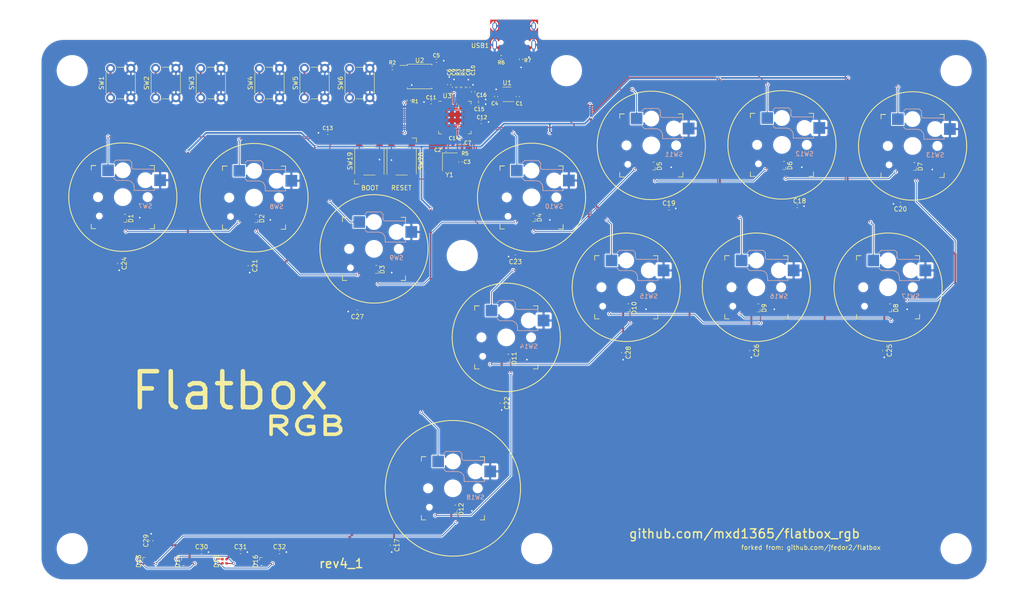
<source format=kicad_pcb>
(kicad_pcb (version 20211014) (generator pcbnew)
  (layers (0 "F.Cu" signal) (31 "B.Cu" signal) (34 "B.Paste" user) (35 "F.Paste" user) (36 "B.SilkS" user "B.Silkscreen") (37 "F.SilkS" user "F.Silkscreen") (38 "B.Mask" user) (39 "F.Mask" user) (44 "Edge.Cuts" user))
  (net 0 "")
  (net 1 "GND")
  (net 2 "+5V")
  (net 3 "D-")
  (net 4 "D+")
  (net 5 "LEFT")
  (net 6 "DOWN")
  (net 7 "RIGHT")
  (net 8 "UP")
  (net 9 "L1")
  (net 10 "R1")
  (net 11 "TRIANGLE")
  (net 12 "SQUARE")
  (net 13 "CIRCLE")
  (net 14 "CROSS")
  (net 15 "R2")
  (net 16 "L2")
  (net 17 "Net-(C3-Pad1)")
  (net 18 "+3V3")
  (net 19 "+1V1")
  (net 20 "Net-(R3-Pad2)")
  (net 21 "Net-(R4-Pad2)")
  (net 22 "Net-(R6-Pad1)")
  (net 23 "Net-(R7-Pad1)")
  (net 24 "XIN")
  (net 25 "XOUT")
  (net 26 "OPT1")
  (net 27 "OPT2")
  (net 28 "OPT3")
  (net 29 "OPT4")
  (net 30 "OPT5")
  (net 31 "OPT6")
  (net 32 "Net-(R1-Pad2)")
  (net 33 "QSPI_SS")
  (net 34 "Net-(SW20-Pad2)")
  (net 35 "QSPI_SD3")
  (net 36 "QSPI_SCLK")
  (net 37 "QSPI_SD0")
  (net 38 "QSPI_SD2")
  (net 39 "QSPI_SD1")
  (net 40 "RGB_DATA_LEFT")
  (net 41 "RGB_DATA_DOWN")
  (net 42 "RGB_DATA_SQUARE")
  (net 43 "RGB_DATA_RIGHT")
  (net 44 "RGB_DATA_TRIANGLE")
  (net 45 "RGB_DATA_R1")
  (net 46 "RGB_DATA_L1")
  (net 47 "RGB_DATA_L2")
  (net 48 "RGB_DATA_R2")
  (net 49 "RGB_DATA_CIRCLE")
  (net 50 "RGB_DATA_CROSS")
  (net 51 "RGB_DATA_UP")
  (net 60 "RGB_DATA_P1")
  (net 65 "RGB_DATA_P2")
  (net 66 "RGB_DATA_P3")
  (net 67 "RGB_DATA_P4")
  (net 72 "RBG_DATA_TRIANGLE")
  (footprint "Kailh:Kailh_socket_PG1350.kicad_mod" (layer "F.Cu") (at 87.32 65.17 180)
    (fp_text reference "SW8")
    (fp_text value "SW_Push")
  )
  (footprint "Kailh:Kailh_socket_PG1350.kicad_mod" (layer "F.Cu") (at 113.92 76.52 180)
    (fp_text reference "SW9")
    (fp_text value "SW_Push")
  )
  (footprint "Kailh:Kailh_socket_PG1350.kicad_mod" (layer "F.Cu") (at 131.42 129.62 180)
    (fp_text reference "SW18")
    (fp_text value "SW_Push")
  )
  (footprint "Kailh:Kailh_socket_PG1350.kicad_mod" (layer "F.Cu") (at 148.86 65.11 180)
    (fp_text reference "SW10")
    (fp_text value "SW_Push")
  )
  (footprint "Kailh:Kailh_socket_PG1350.kicad_mod" (layer "F.Cu") (at 175.42 53.58 180)
    (fp_text reference "SW11")
    (fp_text value "SW_Push")
  )
  (footprint "Kailh:Kailh_socket_PG1350.kicad_mod" (layer "F.Cu") (at 204.39 53.46 180)
    (fp_text reference "SW12")
    (fp_text value "SW_Push")
  )
  (footprint "Kailh:Kailh_socket_PG1350.kicad_mod" (layer "F.Cu") (at 233.36 53.7 180)
    (fp_text reference "SW13")
    (fp_text value "SW_Push")
  )
  (footprint "Kailh:Kailh_socket_PG1350.kicad_mod" (layer "F.Cu") (at 143.25 96.15 180)
    (fp_text reference "SW14")
    (fp_text value "SW_Push")
  )
  (footprint "Kailh:Kailh_socket_PG1350.kicad_mod" (layer "F.Cu") (at 169.86 85.04 180)
    (fp_text reference "SW15")
    (fp_text value "SW_Push")
  )
  (footprint "Kailh:Kailh_socket_PG1350.kicad_mod" (layer "F.Cu") (at 198.71 85.04 180)
    (fp_text reference "SW16")
    (fp_text value "SW_Push")
  )
  (footprint "Kailh:Kailh_socket_PG1350.kicad_mod" (layer "F.Cu") (at 227.92 85.04 180)
    (fp_text reference "SW17")
    (fp_text value "SW_Push")
  )
  (footprint "Kailh:Kailh_socket_PG1350.kicad_mod" (layer "F.Cu") (at 58.225 65.05 180)
    (fp_text reference "SW7")
    (fp_text value "SW_Push")
  )
  (footprint "Button_Switch_THT:SW_PUSH_6mm_H5mm" (layer "F.Cu") (at 88.5 43 90)
    (fp_text reference "SW4")
    (fp_text value "SW_Push")
  )
  (footprint "Button_Switch_THT:SW_PUSH_6mm_H5mm" (layer "F.Cu") (at 65.5 43 90)
    (fp_text reference "SW2")
    (fp_text value "SW_Push")
  )
  (footprint "Button_Switch_THT:SW_PUSH_6mm_H5mm" (layer "F.Cu") (at 98.5 43 90)
    (fp_text reference "SW5")
    (fp_text value "SW_Push")
  )
  (footprint "Button_Switch_THT:SW_PUSH_6mm_H5mm" (layer "F.Cu") (at 55.5 43 90)
    (fp_text reference "SW1")
    (fp_text value "SW_Push")
  )
  (footprint "Button_Switch_THT:SW_PUSH_6mm_H5mm" (layer "F.Cu") (at 75.5 43 90)
    (fp_text reference "SW3")
    (fp_text value "SW_Push")
  )
  (footprint "Button_Switch_THT:SW_PUSH_6mm_H5mm" (layer "F.Cu") (at 108.5 43 90)
    (fp_text reference "SW6")
    (fp_text value "SW_Push")
  )
  (footprint "Resistor_SMD:R_0402_1005Metric" (layer "F.Cu") (at 146.55 34.5 -90)
    (fp_text reference "R7")
    (fp_text value "5.1k")
  )
  (footprint "Type-C:HRO-TYPE-C-31-M-12-Assembly" (layer "F.Cu") (at 145 24.5 180)
    (fp_text reference "USB1")
    (fp_text value "HRO-TYPE-C-31-M-12")
  )
  (footprint "Resistor_SMD:R_0402_1005Metric" (layer "F.Cu") (at 142.15 34.05 180)
    (fp_text reference "R6")
    (fp_text value "5.1k")
  )
  (footprint "Capacitor_SMD:C_0402_1005Metric" (layer "F.Cu") (at 145.8 42.75 90)
    (fp_text reference "C1")
    (fp_text value "1u")
  )
  (footprint "Capacitor_SMD:C_0402_1005Metric" (layer "F.Cu") (at 129.9 54.6)
    (fp_text reference "C2")
    (fp_text value "30p")
  )
  (footprint "Capacitor_SMD:C_0402_1005Metric" (layer "F.Cu") (at 141 42.75 90)
    (fp_text reference "C4")
    (fp_text value "1u")
  )
  (footprint "Capacitor_SMD:C_0402_1005Metric" (layer "F.Cu") (at 127.75 34.8)
    (fp_text reference "C5")
    (fp_text value "100n")
  )
  (footprint "Capacitor_SMD:C_0402_1005Metric" (layer "F.Cu") (at 130.6 40.1 90)
    (fp_text reference "C6")
    (fp_text value "100n")
  )
  (footprint "Capacitor_SMD:C_0402_1005Metric" (layer "F.Cu") (at 133.45 53.3 -90)
    (fp_text reference "C7")
    (fp_text value "100n")
  )
  (footprint "Capacitor_SMD:C_0402_1005Metric" (layer "F.Cu") (at 134.85 40.7 90)
    (fp_text reference "C8")
    (fp_text value "1u")
  )
  (footprint "Capacitor_SMD:C_0402_1005Metric" (layer "F.Cu") (at 131.65 40.7 90)
    (fp_text reference "C9")
    (fp_text value "100n")
  )
  (footprint "Capacitor_SMD:C_0402_1005Metric" (layer "F.Cu") (at 135.9 41.7 90)
    (fp_text reference "C10")
    (fp_text value "1u")
  )
  (footprint "Capacitor_SMD:C_0402_1005Metric" (layer "F.Cu") (at 137.1 44.45)
    (fp_text reference "C15")
    (fp_text value "100n")
  )
  (footprint "Capacitor_SMD:C_0402_1005Metric" (layer "F.Cu") (at 137.1 43.4)
    (fp_text reference "C16")
    (fp_text value "100n")
  )
  (footprint "Resistor_SMD:R_0402_1005Metric" (layer "F.Cu") (at 121.65 43.6 -90)
    (fp_text reference "R1")
    (fp_text value "1k")
  )
  (footprint "Resistor_SMD:R_0402_1005Metric" (layer "F.Cu") (at 118 36.4)
    (fp_text reference "R2")
    (fp_text value "10k")
  )
  (footprint "Resistor_SMD:R_0402_1005Metric" (layer "F.Cu") (at 133.78 40.7 -90)
    (fp_text reference "R4")
    (fp_text value "27")
  )
  (footprint "Button_Switch_SMD:SW_SPST_Omron_B3FS-100xP" (layer "F.Cu") (at 112.9 57.05 90)
    (fp_text reference "SW19")
    (fp_text value "SW_Push")
  )
  (footprint "Package_TO_SOT_SMD:SOT-23-5" (layer "F.Cu") (at 143.4 42.25 180)
    (fp_text reference "U1")
    (fp_text value "TLV73333PDBV")
  )
  (footprint "Package_SO:SOIC-8_5.23x5.23mm_P1.27mm" (layer "F.Cu") (at 124.05 38.3)
    (fp_text reference "U2")
    (fp_text value "W25Q128JVS")
  )
  (footprint "RP2040:RP2040-QFN-56" (layer "F.Cu") (at 131.85 47.4)
    (fp_text reference "U3")
    (fp_text value "RP2040")
  )
  (footprint "Crystal:Crystal_SMD_3225-4Pin_3.2x2.5mm" (layer "F.Cu") (at 130.75 57.25 -90)
    (fp_text reference "Y1")
    (fp_text value "Crystal_GND24")
  )
  (footprint "Resistor_SMD:R_0402_1005Metric" (layer "F.Cu") (at 132.7 40.7 -90)
    (fp_text reference "R3")
    (fp_text value "27")
  )
  (footprint "Capacitor_SMD:C_0402_1005Metric" (layer "F.Cu") (at 133.1 57.25 -90)
    (fp_text reference "C3")
    (fp_text value "30p")
  )
  (footprint "Button_Switch_SMD:SW_SPST_Omron_B3FS-100xP" (layer "F.Cu") (at 120.05 57.05 -90)
    (fp_text reference "SW20")
    (fp_text value "SW_Push")
  )
  (footprint "Capacitor_SMD:C_0402_1005Metric" (layer "F.Cu") (at 103.66 50.8 180)
    (fp_text reference "C13")
    (fp_text value "100n")
  )
  (footprint "Capacitor_SMD:C_0402_1005Metric" (layer "F.Cu") (at 137.696 48.4)
    (fp_text reference "C12")
    (fp_text value "100n")
  )
  (footprint "Resistor_SMD:R_0402_1005Metric" (layer "F.Cu") (at 131.4 54.15 90)
    (fp_text reference "R5")
    (fp_text value "1k")
  )
  (footprint "Capacitor_SMD:C_0402_1005Metric" (layer "F.Cu") (at 132.42 53.3 -90)
    (fp_text reference "C14")
    (fp_text value "100n")
  )
  (footprint "Capacitor_SMD:C_0402_1005Metric" (layer "F.Cu") (at 126.6 44 180)
    (fp_text reference "C11")
    (fp_text value "100n")
  )
  (footprint "kicad-footprints-master-LED_SMD:LED_SK6812_EC20_1.5x1.5mm" (layer "F.Cu") (at 169.862072 89.634903 -90)
    (fp_text reference "D10")
    (fp_text value "SK6812-EC20")
  )
  (footprint "Capacitor_SMD:C_0402_1005Metric" (layer "F.Cu") (at 179.324 67.564)
    (fp_text reference "C19")
    (fp_text value "100nF")
  )
  (footprint "MountingHole:MountingHole_6.4mm_M6" (layer "F.Cu") (at 47 143)
    (fp_text reference "H5" hide)
    (fp_text value "MountingHole")
  )
  (footprint "Capacitor_SMD:C_0402_1005Metric" (layer "F.Cu") (at 84.328 143.764)
    (fp_text reference "C31")
    (fp_text value "100nF")
  )
  (footprint "Capacitor_SMD:C_0402_1005Metric" (layer "F.Cu") (at 64.516 141.252 90)
    (fp_text reference "C29")
    (fp_text value "100nF")
  )
  (footprint "Capacitor_SMD:C_0402_1005Metric" (layer "F.Cu") (at 75.692 143.764)
    (fp_text reference "C30")
    (fp_text value "100nF")
  )
  (footprint "kicad-footprints-master-LED_SMD:LED_SK6812_EC20_1.5x1.5mm" (layer "F.Cu") (at 233.318331 58.276441 -90)
    (fp_text reference "D7")
    (fp_text value "SK6812-EC20")
  )
  (footprint "kicad-footprints-master-LED_SMD:LED_SK6812_EC20_1.5x1.5mm" (layer "F.Cu") (at 131.503009 134.269362 -90)
    (fp_text reference "D12")
    (fp_text value "SK6812-EC20")
  )
  (footprint "MountingHole:MountingHole_6.4mm_M6" (layer "F.Cu") (at 243 143)
    (fp_text reference "H7" hide)
    (fp_text value "MountingHole")
  )
  (footprint "MountingHole:MountingHole_6.4mm_M6" (layer "F.Cu") (at 133.5 78)
    (fp_text reference "H4" hide)
    (fp_text value "MountingHole")
  )
  (footprint "Capacitor_SMD:C_0402_1005Metric" (layer "F.Cu") (at 230.66 66.548 180)
    (fp_text reference "C20")
    (fp_text value "100nF")
  )
  (footprint "Capacitor_SMD:C_0402_1005Metric" (layer "F.Cu") (at 197.612 99.06 -90)
    (fp_text reference "C26")
    (fp_text value "100nF")
  )
  (footprint "Capacitor_SMD:C_0402_1005Metric" (layer "F.Cu") (at 227.076 99.06 -90)
    (fp_text reference "C25")
    (fp_text value "100nF")
  )
  (footprint "Capacitor_SMD:C_0402_1005Metric" (layer "F.Cu") (at 207.772 67.056)
    (fp_text reference "C18")
    (fp_text value "100nF")
  )
  (footprint "Capacitor_SMD:C_0402_1005Metric" (layer "F.Cu") (at 86.36 80.264 -90)
    (fp_text reference "C21")
    (fp_text value "100nF")
  )
  (footprint "MountingHole:MountingHole_6.4mm_M6" (layer "F.Cu") (at 156.6 37)
    (fp_text reference "H2" hide)
    (fp_text value "MountingHole")
  )
  (footprint "Capacitor_SMD:C_0402_1005Metric" (layer "F.Cu") (at 92.964 143.764)
    (fp_text reference "C32")
    (fp_text value "100nF")
  )
  (footprint "Capacitor_SMD:C_0402_1005Metric" (layer "F.Cu") (at 110.236 90.424 180)
    (fp_text reference "C27")
    (fp_text value "100nF")
  )
  (footprint "MountingHole:MountingHole_6.4mm_M6" (layer "F.Cu") (at 47 37)
    (fp_text reference "H1" hide)
    (fp_text value "MountingHole")
  )
  (footprint "kicad-footprints-master-LED_SMD:LED_SK6812_EC20_1.5x1.5mm" (layer "F.Cu") (at 204.403744 58.061104 -90)
    (fp_text reference "D6")
    (fp_text value "SK6812-EC20")
  )
  (footprint "Capacitor_SMD:C_0402_1005Metric" (layer "F.Cu") (at 145.288 78.232 180)
    (fp_text reference "C23")
    (fp_text value "100nF")
  )
  (footprint "kicad-footprints-master-LED_SMD:LED_SK6812_EC20_1.5x1.5mm" (layer "F.Cu") (at 80.772 145.796 90)
    (fp_text reference "D15")
    (fp_text value "SK6812-EC20")
  )
  (footprint "kicad-footprints-master-LED_SMD:LED_SK6812_EC20_1.5x1.5mm" (layer "F.Cu") (at 87.305964 69.813212 -90)
    (fp_text reference "D2")
    (fp_text value "SK6812-EC20")
  )
  (footprint "kicad-footprints-master-LED_SMD:LED_SK6812_EC20_1.5x1.5mm" (layer "F.Cu") (at 175.47691 58.185343 -90)
    (fp_text reference "D5")
    (fp_text value "SK6812-EC20")
  )
  (footprint "kicad-footprints-master-LED_SMD:LED_SK6812_EC20_1.5x1.5mm" (layer "F.Cu") (at 72.136 145.796 90)
    (fp_text reference "D14")
    (fp_text value "SK6812-EC20")
  )
  (footprint "kicad-footprints-master-LED_SMD:LED_SK6812_EC20_1.5x1.5mm" (layer "F.Cu") (at 227.908446 89.645298 -90)
    (fp_text reference "D8")
    (fp_text value "SK6812-EC20")
  )
  (footprint "MountingHole:MountingHole_6.4mm_M6" (layer "F.Cu") (at 150 143)
    (fp_text reference "H6" hide)
    (fp_text value "MountingHole")
  )
  (footprint "kicad-footprints-master-LED_SMD:LED_SK6812_EC20_1.5x1.5mm" (layer "F.Cu") (at 63.5 145.796 90)
    (fp_text reference "D13")
    (fp_text value "SK6812-EC20")
  )
  (footprint "kicad-footprints-master-LED_SMD:LED_SK6812_EC20_1.5x1.5mm" (layer "F.Cu") (at 148.844 69.596 -90)
    (fp_text reference "D4")
    (fp_text value "SK6812-EC20")
  )
  (footprint "kicad-footprints-master-LED_SMD:LED_SK6812_EC20_1.5x1.5mm" (layer "F.Cu") (at 89.408 145.796 90)
    (fp_text reference "D16")
    (fp_text value "SK6812-EC20")
  )
  (footprint "MountingHole:MountingHole_6.4mm_M6" (layer "F.Cu") (at 243 37)
    (fp_text reference "H3" hide)
    (fp_text value "MountingHole")
  )
  (footprint "kicad-footprints-master-LED_SMD:LED_SK6812_EC20_1.5x1.5mm" (layer "F.Cu") (at 143.237594 100.788306 -90)
    (fp_text reference "D11")
    (fp_text value "SK6812-EC20")
  )
  (footprint "kicad-footprints-master-LED_SMD:LED_SK6812_EC20_1.5x1.5mm" (layer "F.Cu") (at 198.6961 89.654207 -90)
    (fp_text reference "D9")
    (fp_text value "SK6812-EC20")
  )
  (footprint "Capacitor_SMD:C_0402_1005Metric" (layer "F.Cu") (at 117.884 142.24 -90)
    (fp_text reference "C17")
    (fp_text value "100nF")
  )
  (footprint "Capacitor_SMD:C_0402_1005Metric" (layer "F.Cu") (at 57.404 79.756 -90)
    (fp_text reference "C24")
    (fp_text value "100nF")
  )
  (footprint "kicad-footprints-master-LED_SMD:LED_SK6812_EC20_1.5x1.5mm" (layer "F.Cu") (at 113.993238 81.115572 -90)
    (fp_text reference "D3")
    (fp_text value "SK6812-EC20")
  )
  (footprint "kicad-footprints-master-LED_SMD:LED_SK6812_EC20_1.5x1.5mm" (layer "F.Cu") (at 58.252962 69.774084 -90)
    (fp_text reference "D1")
    (fp_text value "SK6812-EC20")
  )
  (footprint "Capacitor_SMD:C_0402_1005Metric" (layer "F.Cu") (at 169.164 99.54 -90)
    (fp_text reference "C28")
    (fp_text value "100nF")
  )
  (footprint "Capacitor_SMD:C_0402_1005Metric" (layer "F.Cu") (at 142.24 110.744 -90)
    (fp_text reference "C22")
    (fp_text value "100nF")
  )
  (gr_curve (pts (xy 192.714192 95.453303) (xy 189.003008 93.304846) (xy 186.716823 89.334334) (xy 186.716823 85.037421)) (layer "F.SilkS") (width 0.2))
  (gr_curve (pts (xy 137.252477 106.569308) (xy 133.541293 104.420852) (xy 131.255108 100.45034) (xy 131.255108 96.153426)) (layer "F.SilkS") (width 0.2))
  (gr_curve (pts (xy 81.317714 75.586412) (xy 77.606529 73.437955) (xy 75.320345 69.467444) (xy 75.320345 65.17053)) (layer "F.SilkS") (width 0.2))
  (gr_curve (pts (xy 221.92329 95.453303) (xy 218.212105 93.304846) (xy 215.925921 89.334334) (xy 215.925921 85.037421)) (layer "F.SilkS") (width 0.2))
  (gr_curve (pts (xy 52.226909 75.468162) (xy 48.515724 73.319705) (xy 46.22954 69.349193) (xy 46.22954 65.05228)) (layer "F.SilkS") (width 0.2))
  (gr_line (start 99.309821 65.17053) (end 99.309821 65.17053) (layer "F.SilkS") (width 0.2))
  (gr_curve (pts (xy 215.925921 85.037421) (xy 215.925921 80.740507) (xy 218.212105 76.769996) (xy 221.92329 74.621539)) (layer "F.SilkS") (width 0.2))
  (gr_curve (pts (xy 149.247215 85.737546) (xy 152.9584 87.886001) (xy 155.244584 91.856513) (xy 155.244584 96.153426)) (layer "F.SilkS") (width 0.2))
  (gr_curve (pts (xy 210.385198 63.879139) (xy 206.674013 66.027596) (xy 202.101645 66.027596) (xy 198.39046 63.879139)) (layer "F.SilkS") (width 0.2))
  (gr_curve (pts (xy 107.925166 86.938924) (xy 104.213982 84.790467) (xy 101.927798 80.819955) (xy 101.927798 76.523042)) (layer "F.SilkS") (width 0.2))
  (gr_curve (pts (xy 81.317714 54.754648) (xy 85.028899 52.606192) (xy 89.601267 52.606192) (xy 93.312452 54.754648)) (layer "F.SilkS") (width 0.2))
  (gr_curve (pts (xy 239.915397 85.037421) (xy 239.915397 89.334334) (xy 237.629213 93.304846) (xy 233.918028 95.453303)) (layer "F.SilkS") (width 0.2))
  (gr_curve (pts (xy 119.919904 66.10716) (xy 123.631089 68.255617) (xy 125.917273 72.226128) (xy 125.917273 76.523042)) (layer "F.SilkS") (width 0.2))
  (gr_line (start 70.219015 65.05228) (end 70.219015 65.05228) (layer "F.SilkS") (width 0.2))
  (gr_line (start 155.244584 96.153426) (end 155.244584 96.153426) (layer "F.SilkS") (width 0.2))
  (gr_curve (pts (xy 204.70893 74.621539) (xy 208.420115 76.769996) (xy 210.706299 80.740507) (xy 210.706299 85.037421)) (layer "F.SilkS") (width 0.2))
  (gr_curve (pts (xy 155.244584 96.153426) (xy 155.244584 100.45034) (xy 152.9584 104.420852) (xy 149.247215 106.569308)) (layer "F.SilkS") (width 0.2))
  (gr_curve (pts (xy 64.221646 54.636398) (xy 67.932831 56.784855) (xy 70.219015 60.755367) (xy 70.219015 65.05228)) (layer "F.SilkS") (width 0.2))
  (gr_curve (pts (xy 245.355098 53.699766) (xy 245.355097 60.342218) (xy 239.98487 65.72699) (xy 233.36036 65.72699)) (layer "F.SilkS") (width 0.2))
  (gr_curve (pts (xy 198.39046 63.879139) (xy 194.679275 61.730683) (xy 192.393091 57.760171) (xy 192.393091 53.463258)) (layer "F.SilkS") (width 0.2))
  (gr_curve (pts (xy 138.918561 142.649412) (xy 134.276055 145.337024) (xy 128.556251 145.337024) (xy 123.913745 142.649412)) (layer "F.SilkS") (width 0.2))
  (gr_curve (pts (xy 204.70893 95.453303) (xy 200.997745 97.601759) (xy 196.425377 97.601759) (xy 192.714192 95.453303)) (layer "F.SilkS") (width 0.2))
  (gr_curve (pts (xy 131.255108 96.153426) (xy 131.255108 91.856513) (xy 133.541293 87.886001) (xy 137.252477 85.737546)) (layer "F.SilkS") (width 0.2))
  (gr_line (start 239.915397 85.037421) (end 239.915397 85.037421) (layer "F.SilkS") (width 0.2))
  (gr_curve (pts (xy 138.918561 116.589918) (xy 143.561067 119.277529) (xy 146.420969 124.244441) (xy 146.420969 129.619665)) (layer "F.SilkS") (width 0.2))
  (gr_curve (pts (xy 169.417923 43.165636) (xy 173.129108 41.01718) (xy 177.701476 41.01718) (xy 181.412661 43.165636)) (layer "F.SilkS") (width 0.2))
  (gr_curve (pts (xy 233.918028 95.453303) (xy 230.206843 97.601759) (xy 225.634475 97.601759) (xy 221.92329 95.453303)) (layer "F.SilkS") (width 0.2))
  (gr_curve (pts (xy 154.860422 54.699104) (xy 158.571607 56.847561) (xy 160.857791 60.818073) (xy 160.857791 65.114986)) (layer "F.SilkS") (width 0.2))
  (gr_curve (pts (xy 186.716823 85.037421) (xy 186.716823 80.740507) (xy 189.003008 76.769996) (xy 192.714192 74.621539)) (layer "F.SilkS") (width 0.2))
  (gr_curve (pts (xy 239.357729 43.283884) (xy 243.068914 45.432341) (xy 245.355098 49.402853) (xy 245.355098 53.699766)) (layer "F.SilkS") (width 0.2))
  (gr_curve (pts (xy 52.226909 54.636398) (xy 55.938093 52.487941) (xy 60.510462 52.487941) (xy 64.221646 54.636398)) (layer "F.SilkS") (width 0.2))
  (gr_line (start 160.857791 65.114986) (end 160.857791 65.114986) (layer "F.SilkS") (width 0.2))
  (gr_curve (pts (xy 154.860422 75.530868) (xy 151.149237 77.679325) (xy 146.576869 77.679325) (xy 142.865684 75.530868)) (layer "F.SilkS") (width 0.2))
  (gr_curve (pts (xy 221.92329 74.621539) (xy 225.634475 72.473082) (xy 230.206843 72.473082) (xy 233.918028 74.621539)) (layer "F.SilkS") (width 0.2))
  (gr_curve (pts (xy 181.412661 63.9974) (xy 177.701476 66.145857) (xy 173.129108 66.145857) (xy 169.417923 63.9974)) (layer "F.SilkS") (width 0.2))
  (gr_curve (pts (xy 163.859914 95.453303) (xy 160.148729 93.304846) (xy 157.862545 89.334334) (xy 157.862545 85.037421)) (layer "F.SilkS") (width 0.2))
  (gr_curve (pts (xy 93.312452 54.754648) (xy 97.023636 56.903105) (xy 99.309821 60.873617) (xy 99.309821 65.17053)) (layer "F.SilkS") (width 0.2))
  (gr_curve (pts (xy 137.252477 85.737546) (xy 140.963662 83.589088) (xy 145.53603 83.589088) (xy 149.247215 85.737546)) (layer "F.SilkS") (width 0.2))
  (gr_curve (pts (xy 125.917273 76.523042) (xy 125.917273 80.819955) (xy 123.631089 84.790467) (xy 119.919904 86.938924)) (layer "F.SilkS") (width 0.2))
  (gr_curve (pts (xy 142.865684 54.699104) (xy 146.576869 52.550648) (xy 151.149237 52.550648) (xy 154.860422 54.699104)) (layer "F.SilkS") (width 0.2))
  (gr_curve (pts (xy 163.420555 53.581518) (xy 163.420555 49.284605) (xy 165.706739 45.314093) (xy 169.417923 43.165636)) (layer "F.SilkS") (width 0.2))
  (gr_line (start 187.41003 53.581518) (end 187.41003 53.581518) (layer "F.SilkS") (width 0.2))
  (gr_curve (pts (xy 233.36036 65.72699) (xy 226.73585 65.72699) (xy 221.365623 60.342218) (xy 221.365622 53.699766)) (layer "F.SilkS") (width 0.2))
  (gr_curve (pts (xy 119.919904 86.938924) (xy 116.208719 89.08738) (xy 111.636351 89.08738) (xy 107.925166 86.938924)) (layer "F.SilkS") (width 0.2))
  (gr_curve (pts (xy 187.41003 53.581518) (xy 187.41003 57.878432) (xy 185.123846 61.848943) (xy 181.412661 63.9974)) (layer "F.SilkS") (width 0.2))
  (gr_curve (pts (xy 157.862545 85.037421) (xy 157.862545 80.740507) (xy 160.148729 76.769996) (xy 163.859914 74.621539)) (layer "F.SilkS") (width 0.2))
  (gr_curve (pts (xy 116.411337 129.619665) (xy 116.411337 124.244441) (xy 119.271238 119.277529) (xy 123.913745 116.589918)) (layer "F.SilkS") (width 0.2))
  (gr_curve (pts (xy 210.385198 43.047376) (xy 214.096383 45.195832) (xy 216.382567 49.166344) (xy 216.382567 53.463258)) (layer "F.SilkS") (width 0.2))
  (gr_line (start 245.355098 53.699766) (end 245.355098 53.699766) (layer "F.SilkS") (width 0.2))
  (gr_curve (pts (xy 175.854652 74.621539) (xy 179.565837 76.769996) (xy 181.852021 80.740507) (xy 181.852021 85.037421)) (layer "F.SilkS") (width 0.2))
  (gr_line (start 125.917273 76.523042) (end 125.917273 76.523042) (layer "F.SilkS") (width 0.2))
  (gr_curve (pts (xy 64.221646 75.468162) (xy 60.510462 77.616619) (xy 55.938093 77.616619) (xy 52.226909 75.468162)) (layer "F.SilkS") (width 0.2))
  (gr_curve (pts (xy 93.312452 75.586412) (xy 89.601267 77.734869) (xy 85.028899 77.734869) (xy 81.317714 75.586412)) (layer "F.SilkS") (width 0.2))
  (gr_curve (pts (xy 75.320345 65.17053) (xy 75.320345 60.873617) (xy 77.606529 56.903105) (xy 81.317714 54.754648)) (layer "F.SilkS") (width 0.2))
  (gr_curve (pts (xy 216.382567 53.463258) (xy 216.382567 57.760171) (xy 214.096383 61.730683) (xy 210.385198 63.879139)) (layer "F.SilkS") (width 0.2))
  (gr_curve (pts (xy 123.913745 142.649412) (xy 119.271238 139.9618) (xy 116.411337 134.994889) (xy 116.411337 129.619665)) (layer "F.SilkS") (width 0.2))
  (gr_curve (pts (xy 142.865684 75.530868) (xy 139.154499 73.382411) (xy 136.868315 69.4119) (xy 136.868315 65.114986)) (layer "F.SilkS") (width 0.2))
  (gr_curve (pts (xy 149.247215 106.569308) (xy 145.53603 108.717765) (xy 140.963662 108.717765) (xy 137.252477 106.569308)) (layer "F.SilkS") (width 0.2))
  (gr_curve (pts (xy 192.714192 74.621539) (xy 196.425377 72.473082) (xy 200.997745 72.473082) (xy 204.70893 74.621539)) (layer "F.SilkS") (width 0.2))
  (gr_curve (pts (xy 99.309821 65.17053) (xy 99.309821 69.467444) (xy 97.023636 73.437955) (xy 93.312452 75.586412)) (layer "F.SilkS") (width 0.2))
  (gr_curve (pts (xy 160.857791 65.114986) (xy 160.857791 69.4119) (xy 158.571607 73.382411) (xy 154.860422 75.530868)) (layer "F.SilkS") (width 0.2))
  (gr_line (start 210.706299 85.037421) (end 210.706299 85.037421) (layer "F.SilkS") (width 0.2))
  (gr_curve (pts (xy 146.420969 129.619665) (xy 146.420969 134.994889) (xy 143.561067 139.9618) (xy 138.918561 142.649412)) (layer "F.SilkS") (width 0.2))
  (gr_curve (pts (xy 136.868315 65.114986) (xy 136.868315 60.818073) (xy 139.154499 56.847561) (xy 142.865684 54.699104)) (layer "F.SilkS") (width 0.2))
  (gr_curve (pts (xy 46.22954 65.05228) (xy 46.22954 60.755367) (xy 48.515724 56.784855) (xy 52.226909 54.636398)) (layer "F.SilkS") (width 0.2))
  (gr_curve (pts (xy 175.854652 95.453303) (xy 172.143467 97.601759) (xy 167.571099 97.601759) (xy 163.859914 95.453303)) (layer "F.SilkS") (width 0.2))
  (gr_curve (pts (xy 101.927798 76.523042) (xy 101.927798 72.226128) (xy 104.213982 68.255617) (xy 107.925166 66.10716)) (layer "F.SilkS") (width 0.2))
  (gr_curve (pts (xy 192.393091 53.463258) (xy 192.393091 49.166344) (xy 194.679275 45.195832) (xy 198.39046 43.047376)) (layer "F.SilkS") (width 0.2))
  (gr_line (start 181.852021 85.037421) (end 181.852021 85.037421) (layer "F.SilkS") (width 0.2))
  (gr_curve (pts (xy 169.417923 63.9974) (xy 165.706739 61.848943) (xy 163.420555 57.878432) (xy 163.420555 53.581518)) (layer "F.SilkS") (width 0.2))
  (gr_curve (pts (xy 210.706299 85.037421) (xy 210.706299 89.334334) (xy 208.420115 93.304846) (xy 204.70893 95.453303)) (layer "F.SilkS") (width 0.2))
  (gr_curve (pts (xy 107.925166 66.10716) (xy 111.636351 63.958703) (xy 116.208719 63.958703) (xy 119.919904 66.10716)) (layer "F.SilkS") (width 0.2))
  (gr_curve (pts (xy 227.362991 43.283884) (xy 231.074176 41.135427) (xy 235.646544 41.135427) (xy 239.357729 43.283884)) (layer "F.SilkS") (width 0.2))
  (gr_curve (pts (xy 181.412661 43.165636) (xy 185.123846 45.314093) (xy 187.41003 49.284605) (xy 187.41003 53.581518)) (layer "F.SilkS") (width 0.2))
  (gr_curve (pts (xy 181.852021 85.037421) (xy 181.852021 89.334334) (xy 179.565837 93.304846) (xy 175.854652 95.453303)) (layer "F.SilkS") (width 0.2))
  (gr_curve (pts (xy 198.39046 43.047376) (xy 202.101645 40.898919) (xy 206.674013 40.898919) (xy 210.385198 43.047376)) (layer "F.SilkS") (width 0.2))
  (gr_curve (pts (xy 221.365622 53.699766) (xy 221.365622 49.402853) (xy 223.651806 45.432341) (xy 227.362991 43.283884)) (layer "F.SilkS") (width 0.2))
  (gr_curve (pts (xy 70.219015 65.05228) (xy 70.219015 69.349193) (xy 67.932831 73.319705) (xy 64.221646 75.468162)) (layer "F.SilkS") (width 0.2))
  (gr_curve (pts (xy 163.859914 74.621539) (xy 167.571099 72.473082) (xy 172.143467 72.473082) (xy 175.854652 74.621539)) (layer "F.SilkS") (width 0.2))
  (gr_curve (pts (xy 233.918028 74.621539) (xy 237.629213 76.769996) (xy 239.915397 80.740507) (xy 239.915397 85.037421)) (layer "F.SilkS") (width 0.2))
  (gr_curve (pts (xy 123.913745 116.589918) (xy 128.556251 113.902306) (xy 134.276055 113.902306) (xy 138.918561 116.589918)) (layer "F.SilkS") (width 0.2))
  (gr_line (start 216.382567 53.463258) (end 216.382567 53.463258) (layer "F.SilkS") (width 0.2))
  (gr_line (start 150.5 25.5) (end 150.5 29) (layer "Edge.Cuts") (width 0.05))
  (gr_line (start 45 30) (end 138.5 30) (layer "Edge.Cuts") (width 0.05))
  (gr_line (start 250 35) (end 250 145) (layer "Edge.Cuts") (width 0.05))
  (gr_line (start 245 150) (end 45 150) (layer "Edge.Cuts") (width 0.05))
  (gr_line (start 40 145) (end 40 35) (layer "Edge.Cuts") (width 0.05))
  (gr_line (start 151.5 30) (end 245 30) (layer "Edge.Cuts") (width 0.05))
  (gr_arc (start 139.5 29) (mid 139.207107 29.707107) (end 138.5 30) (layer "Edge.Cuts") (width 0.05))
  (gr_arc (start 245 30) (mid 248.535534 31.464466) (end 250 35) (layer "Edge.Cuts") (width 0.05))
  (gr_arc (start 250 145) (mid 248.535534 148.535534) (end 245 150) (layer "Edge.Cuts") (width 0.05))
  (gr_arc (start 151.5 30) (mid 150.792893 29.707107) (end 150.5 29) (layer "Edge.Cuts") (width 0.05))
  (gr_arc (start 40 35) (mid 41.464466 31.464466) (end 45 30) (layer "Edge.Cuts") (width 0.05))
  (gr_arc (start 45 150) (mid 41.464466 148.535534) (end 40 145) (layer "Edge.Cuts") (width 0.05))
  (gr_line (start 139.5 25.5) (end 150.5 25.5) (layer "Edge.Cuts") (width 0.05))
  (gr_line (start 139.5 29) (end 139.5 25.5) (layer "Edge.Cuts") (width 0.05))
  (gr_text "Flatbox" (at 82 108) (layer "F.SilkS") (effects (font (size 8 8) (thickness 1))))
  (gr_text "BOOT" (at 113 63) (layer "F.SilkS") (effects (font (size 1 1))))
  (gr_text "RESET" (at 120 63) (layer "F.SilkS") (effects (font (size 1 1))))
  (gr_text "github.com/mxd1365/flatbox_rgb" (at 196.088 139.7) (layer "F.SilkS") (effects (font (size 2 2) (thickness 0.3))))
  (gr_text "forked from: github.com/jfedor2/flatbox" (at 210.82 142.748) (layer "F.SilkS") (effects (font (size 1 1))))
  (gr_text "RGB" (at 108.204 115.824) (layer "F.SilkS") (effects (font (size 4 6) (thickness 0.8)) (justify right)))
  (gr_text "rev4_1" (at 106.68 146.304) (layer "F.SilkS") (effects (font (size 2 2) (thickness 0.3))))
  (segment (start 86.36 80.744) (end 86.36 81.788) (width 0.2) (layer "F.Cu") (net 1))
  (segment (start 117.856 81.788) (end 116.733572 80.665572) (width 0.2) (layer "F.Cu") (net 1))
  (segment (start 117.8 56.84) (end 117.8 61.05) (width 0.2) (layer "F.Cu") (net 1))
  (segment (start 135.9 40.164671) (end 135.878249 40.14292) (width 0.2) (layer "F.Cu") (net 1))
  (segment (start 132.42 54.27) (end 132.9 54.75) (width 0.2) (layer "F.Cu") (net 1))
  (segment (start 141 41.168171) (end 141 42.27) (width 0.4) (layer "F.Cu") (net 1))
  (segment (start 179.832 58.42) (end 179.147343 57.735343) (width 0.2) (layer "F.Cu") (net 1))
  (segment (start 62.992 146.304) (end 61.468 146.304) (width 0.2) (layer "F.Cu") (net 1))
  (segment (start 174.244 89.916) (end 173.512903 89.184903) (width 0.2) (layer "F.Cu") (net 1))
  (segment (start 199.1461 89.204207) (end 201.980207 89.204207) (width 0.2) (layer "F.Cu") (net 1))
  (segment (start 141.595 32.195) (end 140.68 31.28) (width 0.381) (layer "F.Cu") (net 1))
  (segment (start 128.23 34.8) (end 129.390012 34.8) (width 0.4) (layer "F.Cu") (net 1))
  (segment (start 61.976 69.596) (end 61.704084 69.324084) (width 0.2) (layer "F.Cu") (net 1))
  (segment (start 134.38 53.78) (end 134.4 53.8) (width 0.2) (layer "F.Cu") (net 1))
  (segment (start 141.775 32.195) (end 141.595 32.195) (width 0.381) (layer "F.Cu") (net 1))
  (segment (start 231.435298 89.195298) (end 232.156 89.916) (width 0.2) (layer "F.Cu") (net 1))
  (segment (start 133.45 53.78) (end 134.38 53.78) (width 0.2) (layer "F.Cu") (net 1))
  (segment (start 71.686 146.246) (end 71.628 146.304) (width 0.2) (layer "F.Cu") (net 1))
  (segment (start 144.5 42.25) (end 141.02 42.25) (width 0.4) (layer "F.Cu") (net 1))
  (segment (start 144.52 42.27) (end 144.5 42.25) (width 0.4) (layer "F.Cu") (net 1))
  (segment (start 103.18 50.8) (end 101.6 50.8) (width 0.2) (layer "F.Cu") (net 1))
  (segment (start 80.264 146.304) (end 78.74 146.304) (width 0.2) (layer "F.Cu") (net 1))
  (segment (start 116.733572 80.665572) (end 114.443238 80.665572) (width 0.2) (layer "F.Cu") (net 1))
  (segment (start 130.1 59.45) (end 129.9 59.25) (width 0.2) (layer "F.Cu") (net 1))
  (segment (start 87.755964 69.363212) (end 90.191212 69.363212) (width 0.2) (layer "F.Cu") (net 1))
  (segment (start 227.076 99.54) (end 227.076 100.584) (width 0.2) (layer "F.Cu") (net 1))
  (segment (start 129.9 59.25) (end 129.9 58.35) (width 0.2) (layer "F.Cu") (net 1))
  (segment (start 137.58 44.45) (end 138.666231 44.45) (width 0.2) (layer "F.Cu") (net 1))
  (segment (start 139.303266 48.4) (end 139.322577 48.380689) (width 0.2) (layer "F.Cu") (net 1))
  (segment (start 141.012359 41.155812) (end 141 41.168171) (width 0.4) (layer "F.Cu") (net 1))
  (segment (start 173.512903 89.184903) (end 170.312072 89.184903) (width 0.2) (layer "F.Cu") (net 1))
  (segment (start 125.049234 44) (end 125.010297 43.961063) (width 0.2) (layer "F.Cu") (net 1))
  (segment (start 63.05 146.246) (end 62.992 146.304) (width 0.2) (layer "F.Cu") (net 1))
  (segment (start 137.58 43.4) (end 138.671425 43.4) (width 0.2) (layer "F.Cu") (net 1))
  (segment (start 233.768331 57.826441) (end 236.642441 57.826441) (width 0.2) (layer "F.Cu") (net 1))
  (segment (start 208.252 67.056) (end 209.296 67.056) (width 0.2) (layer "F.Cu") (net 1))
  (segment (start 129.9 58.35) (end 129.9 58.25) (width 0.2) (layer "F.Cu") (net 1))
  (segment (start 131.6 56.55) (end 131.6 56.15) (width 0.2) (layer "F.Cu") (net 1))
  (segment (start 122.286759 40.205) (end 122.291067 40.200692) (width 0.2) (layer "F.Cu") (net 1))
  (segment (start 144.808 78.232) (end 143.764 78.232) (width 0.2) (layer "F.Cu") (net 1))
  (segment (start 61.704084 69.324084) (end 58.702962 69.324084) (width 0.2) (layer "F.Cu") (net 1))
  (segment (start 133.1 58.690002) (end 132.340002 59.45) (width 0.2) (layer "F.Cu") (net 1))
  (segment (start 76.172 143.764) (end 77.216 143.764) (width 0.2) (layer "F.Cu") (net 1))
  (segment (start 138.671425 43.4) (end 138.674661 43.396764) (width 0.2) (layer "F.Cu") (net 1))
  (segment (start 115.15 56.73) (end 115.15 53.05) (width 0.2) (layer "F.Cu") (net 1))
  (segment (start 169.164 100.02) (end 169.164 101.092) (width 0.2) (layer "F.Cu") (net 1))
  (segment (start 115.15 53.05) (end 117.8 53.05) (width 0.2) (layer "F.Cu") (net 1))
  (segment (start 117.884 143.736) (end 117.856 143.764) (width 0.2) (layer "F.Cu") (net 1))
  (segment (start 129.9 58.25) (end 131.6 56.55) (width 0.2) (layer "F.Cu") (net 1))
  (segment (start 84.808 143.764) (end 85.852 143.764) (width 0.2) (layer "F.Cu") (net 1))
  (segment (start 128.85 55.17) (end 128.85 57.3) (width 0.2) (layer "F.Cu") (net 1))
  (segment (start 134.835362 133.819362) (end 135.636 134.62) (width 0.2) (layer "F.Cu") (net 1))
  (segment (start 130.85 52.584994) (end 129.42 54.014994) (width 0.2) (layer "F.Cu") (net 1))
  (segment (start 131.953009 133.819362) (end 134.835362 133.819362) (width 0.2) (layer "F.Cu") (net 1))
  (segment (start 71.628 146.304) (end 70.104 146.304) (width 0.2) (layer "F.Cu") (net 1))
  (segment (start 80.322 146.246) (end 80.264 146.304) (width 0.2) (layer "F.Cu") (net 1))
  (segment (start 132.42 53.78) (end 132.42 54.27) (width 0.2) (layer "F.Cu") (net 1))
  (segment (start 148.25 33.963968) (end 148.282276 33.996244) (width 0.2) (layer "F.Cu") (net 1))
  (segment (start 143.687594 100.338306) (end 147.074306 100.338306) (width 0.2) (layer "F.Cu") (net 1))
  (segment (start 130.6 38.427127) (end 130.621766 38.405361) (width 0.2) (layer "F.Cu") (net 1))
  (segment (start 130.6 39.62) (end 130.6 38.427127) (width 0.2) (layer "F.Cu") (net 1))
  (segment (start 147.074306 100.338306) (end 147.828 101.092) (width 0.2) (layer "F.Cu") (net 1))
  (segment (start 201.980207 89.204207) (end 202.692 89.916) (width 0.2) (layer "F.Cu") (net 1))
  (segment (start 109.756 90.424) (end 108.204 90.424) (width 0.2) (layer "F.Cu") (net 1))
  (segment (start 131.65 38.968673) (end 131.658461 38.960212) (width 0.2) (layer "F.Cu") (net 1))
  (segment (start 133.1 57.73) (end 133.1 58.690002) (width 0.2) (layer "F.Cu") (net 1))
  (segment (start 57.404 80.236) (end 57.404 81.28) (width 0.2) (layer "F.Cu") (net 1))
  (segment (start 149.294 69.146) (end 151.95 69.146) (width 0.2) (layer "F.Cu") (net 1))
  (segment (start 146.55 36.268769) (end 146.544716 36.274053) (width 0.2) (layer "F.Cu") (net 1))
  (segment (start 126.12 44) (end 125.049234 44) (width 0.2) (layer "F.Cu") (net 1))
  (segment (start 135.9 41.22) (end 135.9 40.164671) (width 0.2) (layer "F.Cu") (net 1))
  (segment (start 138.176 48.4) (end 139.303266 48.4) (width 0.2) (layer "F.Cu") (net 1))
  (segment (start 228.358446 89.195298) (end 231.435298 89.195298) (width 0.2) (layer "F.Cu") (net 1))
  (segment (start 88.958 146.246) (end 88.9 146.304) (width 0.2) (layer "F.Cu") (net 1))
  (segment (start 129.390012 34.8) (end 129.397231 34.807219) (width 0.2) (layer "F.Cu") (net 1))
  (segment (start 131.65 40.22) (end 131.65 38.968673) (width 0.2) (layer "F.Cu") (net 1))
  (segment (start 142.24 111.224) (end 142.24 112.268) (width 0.2) (layer "F.Cu") (net 1))
  (segment (start 149.32 31.28) (end 148.405 32.195) (width 0.381) (layer "F.Cu") (net 1))
  (segment (start 179.147343 57.735343) (end 175.92691 57.735343) (width 0.2) (layer "F.Cu") (net 1))
  (segment (start 134.85 39.012462) (end 134.841554 39.004016) (width 0.2) (layer "F.Cu") (net 1))
  (segment (start 148.405 32.195) (end 148.35 32.195) (width 0.381) (layer "F.Cu") (net 1))
  (segment (start 129.42 54.6) (end 128.85 55.17) (width 0.2) (layer "F.Cu") (net 1))
  (segment (start 88.9 146.304) (end 87.376 146.304) (width 0.2) (layer "F.Cu") (net 1))
  (segment (start 145.8 42.27) (end 144.52 42.27) (width 0.4) (layer "F.Cu") (net 1))
  (segment (start 129.42 54.014994) (end 129.42 54.6) (width 0.2) (layer "F.Cu") (net 1))
  (segment (start 207.979104 57.611104) (end 208.788 58.42) (width 0.2) (layer "F.Cu") (net 1))
  (segment (start 151.95 69.146) (end 152.908 70.104) (width 0.2) (layer "F.Cu") (net 1))
  (segment (start 90.191212 69.363212) (end 90.932 70.104) (width 0.2) (layer "F.Cu") (net 1))
  (segment (start 204.853744 57.611104) (end 207.979104 57.611104) (width 0.2) (layer "F.Cu") (net 1))
  (segment (start 141.75 33.94) (end 141.64 34.05) (width 0.2) (layer "F.Cu") (net 1))
  (segment (start 132.340002 59.45) (end 130.1 59.45) (width 0.2) (layer "F.Cu") (net 1))
  (segment (start 229.108 66.548) (end 230.18 66.548) (width 0.2) (layer "F.Cu") (net 1))
  (segment (start 117.884 142.72) (end 117.884 143.736) (width 0.2) (layer "F.Cu") (net 1))
  (segment (start 146.55 35.01) (end 146.55 36.268769) (width 0.2) (layer "F.Cu") (net 1))
  (segment (start 141.75 32.195) (end 141.75 33.94) (width 0.2) (layer "F.Cu") (net 1))
  (segment (start 64.516 140.772) (end 64.516 139.7) (width 0.2) (layer "F.Cu") (net 1))
  (segment (start 134.85 40.22) (end 134.85 39.012462) (width 0.2) (layer "F.Cu") (net 1))
  (segment (start 148.25 32.195) (end 148.25 33.963968) (width 0.2) (layer "F.Cu") (net 1))
  (segment (start 236.642441 57.826441) (end 237.744 58.928) (width 0.2) (layer "F.Cu") (net 1))
  (segment (start 138.666231 44.45) (end 138.68115 44.435081) (width 0.2) (layer "F.Cu") (net 1))
  (segment (start 120.45 40.205) (end 122.286759 40.205) (width 0.2) (layer "F.Cu") (net 1))
  (segment (start 130.85 50.8375) (end 130.85 52.584994) (width 0.2) (layer "F.Cu") (net 1))
  (segment (start 117.8 53.05) (end 117.8 56.84) (width 0.2) (layer "F.Cu") (net 1))
  (segment (start 179.804 67.564) (end 180.848 67.564) (width 0.2) (layer "F.Cu") (net 1))
  (segment (start 197.612 99.54) (end 197.612 100.584) (width 0.2) (layer "F.Cu") (net 1))
  (segment (start 141.02 42.25) (end 141 42.27) (width 0.4) (layer "F.Cu") (net 1))
  (segment (start 128.85 57.3) (end 129.9 58.35) (width 0.2) (layer "F.Cu") (net 1))
  (segment (start 115.15 61.05) (end 115.15 56.73) (width 0.2) (layer "F.Cu") (net 1))
  (segment (start 93.444 143.764) (end 94.488 143.764) (width 0.2) (layer "F.Cu") (net 1))
  (via (at 94.488 143.764) (size 0.6) (drill 0.35) (layers "F.Cu" "B.Cu") (net 1))
  (via (at 57.404 81.28) (size 0.6) (drill 0.35) (layers "F.Cu" "B.Cu") (net 1))
  (via (at 87.376 146.304) (size 0.6) (drill 0.35) (layers "F.Cu" "B.Cu") (net 1))
  (via (at 180.848 67.564) (size 0.6) (drill 0.35) (layers "F.Cu" "B.Cu") (net 1))
  (via (at 139.322577 48.380689) (size 0.6) (drill 0.35) (layers "F.Cu" "B.Cu") (net 1))
  (via (at 117.8 56.84) (size 0.6) (drill 0.35) (layers "F.Cu" "B.Cu") (net 1))
  (via (at 197.612 100.584) (size 0.6) (drill 0.35) (layers "F.Cu" "B.Cu") (net 1))
  (via (at 237.744 58.928) (size 0.6) (drill 0.35) (layers "F.Cu" "B.Cu") (net 1))
  (via (at 130.621766 38.405361) (size 0.6) (drill 0.35) (layers "F.Cu" "B.Cu") (net 1))
  (via (at 78.74 146.304) (size 0.6) (drill 0.35) (layers "F.Cu" "B.Cu") (net 1))
  (via (at 169.164 101.092) (size 0.6) (drill 0.35) (layers "F.Cu" "B.Cu") (net 1))
  (via (at 141.012359 41.155812) (size 0.6) (drill 0.35) (layers "F.Cu" "B.Cu") (net 1))
  (via (at 134.841554 39.004016) (size 0.6) (drill 0.35) (layers "F.Cu" "B.Cu") (net 1))
  (via (at 61.976 69.596) (size 0.6) (drill 0.35) (layers "F.Cu" "B.Cu") (net 1))
  (via (at 70.104 146.304) (size 0.6) (drill 0.35) (layers "F.Cu" "B.Cu") (net 1))
  (via (at 85.852 143.764) (size 0.6) (drill 0.35) (layers "F.Cu" "B.Cu") (net 1))
  (via (at 232.156 89.916) (size 0.6) (drill 0.35) (layers "F.Cu" "B.Cu") (net 1))
  (via (at 138.68115 44.435081) (size 0.6) (drill 0.35) (layers "F.Cu" "B.Cu") (net 1))
  (via (at 101.6 50.8) (size 0.6) (drill 0.35) (layers "F.Cu" "B.Cu") (net 1))
  (via (at 208.788 58.42) (size 0.6) (drill 0.35) (layers "F.Cu" "B.Cu") (net 1))
  (via (at 108.204 90.424) (size 0.6) (drill 0.35) (layers "F.Cu" "B.Cu") (net 1))
  (via (at 147.828 101.092) (size 0.6) (drill 0.35) (layers "F.Cu" "B.Cu") (net 1))
  (via (at 174.244 89.916) (size 0.6) (drill 0.35) (layers "F.Cu" "B.Cu") (net 1))
  (via (at 135.636 134.62) (size 0.6) (drill 0.35) (layers "F.Cu" "B.Cu") (net 1))
  (via (at 179.832 58.42) (size 0.6) (drill 0.35) (layers "F.Cu" "B.Cu") (net 1))
  (via (at 117.856 143.764) (size 0.6) (drill 0.35) (layers "F.Cu" "B.Cu") (net 1))
  (via (at 142.24 112.268) (size 0.6) (drill 0.35) (layers "F.Cu" "B.Cu") (net 1))
  (via (at 64.516 139.7) (size 0.6) (drill 0.35) (layers "F.Cu" "B.Cu") (net 1))
  (via (at 77.216 143.764) (size 0.6) (drill 0.35) (layers "F.Cu" "B.Cu") (net 1))
  (via (at 202.692 89.916) (size 0.6) (drill 0.35) (layers "F.Cu" "B.Cu") (net 1))
  (via (at 129.397231 34.807219) (size 0.6) (drill 0.35) (layers "F.Cu" "B.Cu") (net 1))
  (via (at 148.282276 33.996244) (size 0.6) (drill 0.35) (layers "F.Cu" "B.Cu") (net 1))
  (via (at 209.296 67.056) (size 0.6) (drill 0.35) (layers "F.Cu" "B.Cu") (net 1))
  (via (at 86.36 81.788) (size 0.6) (drill 0.35) (layers "F.Cu" "B.Cu") (net 1))
  (via (at 146.544716 36.274053) (size 0.6) (drill 0.35) (layers "F.Cu" "B.Cu") (net 1))
  (via (at 135.878249 40.14292) (size 0.6) (drill 0.35) (layers "F.Cu" "B.Cu") (net 1))
  (via (at 61.468 146.304) (size 0.6) (drill 0.35) (layers "F.Cu" "B.Cu") (net 1))
  (via (at 90.932 70.104) (size 0.6) (drill 0.35) (layers "F.Cu" "B.Cu") (net 1))
  (via (at 143.764 78.232) (size 0.6) (drill 0.35) (layers "F.Cu" "B.Cu") (net 1))
  (via (at 125.010297 43.961063) (size 0.6) (drill 0.35) (layers "F.Cu" "B.Cu") (net 1))
  (via (at 227.076 100.584) (size 0.6) (drill 0.35) (layers "F.Cu" "B.Cu") (net 1))
  (via (at 131.658461 38.960212) (size 0.6) (drill 0.35) (layers "F.Cu" "B.Cu") (net 1))
  (via (at 117.856 81.788) (size 0.6) (drill 0.35) (layers "F.Cu" "B.Cu") (net 1))
  (via (at 115.15 56.73) (size 0.6) (drill 0.35) (layers "F.Cu" "B.Cu") (net 1))
  (via (at 122.291067 40.200692) (size 0.6) (drill 0.35) (layers "F.Cu" "B.Cu") (net 1))
  (via (at 152.908 70.104) (size 0.6) (drill 0.35) (layers "F.Cu" "B.Cu") (net 1))
  (via (at 138.674661 43.396764) (size 0.6) (drill 0.35) (layers "F.Cu" "B.Cu") (net 1))
  (via (at 229.108 66.548) (size 0.6) (drill 0.35) (layers "F.Cu" "B.Cu") (net 1))
  (segment (start 70 36.5) (end 67.9 34.4) (width 0.381) (layer "B.Cu") (net 1))
  (segment (start 82.1 34.4) (end 80 36.5) (width 0.381) (layer "B.Cu") (net 1))
  (segment (start 93 36.5) (end 90.9 34.4) (width 0.381) (layer "B.Cu") (net 1))
  (segment (start 103 43) (end 101 45) (width 0.381) (layer "B.Cu") (net 1))
  (segment (start 95 45) (end 93 43) (width 0.381) (layer "B.Cu") (net 1))
  (segment (start 70 36.5) (end 70 43) (width 0.381) (layer "B.Cu") (net 1))
  (segment (start 110.9 34.4) (end 105.1 34.4) (width 0.381) (layer "B.Cu") (net 1))
  (segment (start 60 36.5) (end 60 43) (width 0.381) (layer "B.Cu") (net 1))
  (segment (start 90.9 34.4) (end 82.1 34.4) (width 0.381) (layer "B.Cu") (net 1))
  (segment (start 101 45) (end 95 45) (width 0.381) (layer "B.Cu") (net 1))
  (segment (start 72 45) (end 70 43) (width 0.381) (layer "B.Cu") (net 1))
  (segment (start 105.1 34.4) (end 103 36.5) (width 0.381) (layer "B.Cu") (net 1))
  (segment (start 113 36.5) (end 110.9 34.4) (width 0.381) (layer "B.Cu") (net 1))
  (segment (start 80 43) (end 78 45) (width 0.381) (layer "B.Cu") (net 1))
  (segment (start 62.1 34.4) (end 60 36.5) (width 0.381) (layer "B.Cu") (net 1))
  (segment (start 103 36.5) (end 103 43) (width 0.381) (layer "B.Cu") (net 1))
  (segment (start 93 36.5) (end 93 43) (width 0.381) (layer "B.Cu") (net 1))
  (segment (start 113 36.5) (end 113 43) (width 0.381) (layer "B.Cu") (net 1))
  (segment (start 78 45) (end 72 45) (width 0.381) (layer "B.Cu") (net 1))
  (segment (start 67.9 34.4) (end 62.1 34.4) (width 0.381) (layer "B.Cu") (net 1))
  (segment (start 80 36.5) (end 80 43) (width 0.381) (layer "B.Cu") (net 1))
  (segment (start 148.276002 44.7) (end 146.806002 43.23) (width 0.4) (layer "F.Cu") (net 2))
  (segment (start 124.95952 96.52848) (end 124.95952 103.62352) (width 0.4) (layer "F.Cu") (net 2))
  (segment (start 86.855964 70.263212) (end 86.36 70.759176) (width 0.4) (layer "F.Cu") (net 2))
  (segment (start 183.896 76.652) (end 183.896 96.012) (width 0.4) (layer "F.Cu") (net 2))
  (segment (start 141.732 79.756) (end 124.95952 96.52848) (width 0.4) (layer "F.Cu") (net 2))
  (segment (start 113.284 90.396) (end 113.284 81.82481) (width 0.4) (layer "F.Cu") (net 2))
  (segment (start 138.684 109.22) (end 142.24 105.664) (width 0.4) (layer "F.Cu") (net 2))
  (segment (start 147.913998 42.586002) (end 147.45 42.586002) (width 0.2) (layer "F.Cu") (net 2))
  (segment (start 144.53 43.23) (end 144.5 43.2) (width 0.2) (layer "F.Cu") (net 2))
  (segment (start 203.722 67.042) (end 203.2 66.52) (width 0.4) (layer "F.Cu") (net 2))
  (segment (start 63.95 143.822) (end 63.95 145.346) (width 0.4) (layer "F.Cu") (net 2))
  (segment (start 242.824 77.724) (end 233.68 68.58) (width 0.4) (layer "F.Cu") (net 2))
  (segment (start 179.86 100.048) (end 172.748 100.048) (width 0.4) (layer "F.Cu") (net 2))
  (segment (start 161.602166 44.7) (end 148.276002 44.7) (width 0.4) (layer "F.Cu") (net 2))
  (segment (start 207.292 67.056) (end 203.736 67.056) (width 0.4) (layer "F.Cu") (net 2))
  (segment (start 197.612 98.58) (end 197.612 95.504) (width 0.4) (layer "F.Cu") (net 2))
  (segment (start 146.616999 30.550001) (end 147.45 31.383002) (width 0.4) (layer "F.Cu") (net 2))
  (segment (start 106.736 142.24) (end 91.44 142.24) (width 0.4) (layer "F.Cu") (net 2))
  (segment (start 90.323 144.881) (end 90.323 143.865) (width 0.4) (layer "F.Cu") (net 2))
  (segment (start 230.604 100.048) (end 238.788 100.048) (width 0.4) (layer "F.Cu") (net 2))
  (segment (start 174.808 67.564) (end 174.78 67.536) (width 0.4) (layer "F.Cu") (net 2))
  (segment (start 162.960995 53.034569) (end 162.960995 66.750567) (width 0.4) (layer "F.Cu") (net 2))
  (segment (start 164.691214 68.480786) (end 175.724786 68.480786) (width 0.4) (layer "F.Cu") (net 2))
  (segment (start 147.45 40.51) (end 147.45 41.1) (width 0.4) (layer "F.Cu") (net 2))
  (segment (start 190.635014 64.452586) (end 194.762428 68.58) (width 0.4) (layer "F.Cu") (net 2))
  (segment (start 93.472 80.264) (end 100.584 73.152) (width 0.4) (layer "F.Cu") (net 2))
  (segment (start 90.323 143.865) (end 90.323 143.357) (width 0.4) (layer "F.Cu") (net 2))
  (segment (start 147.45 42.586002) (end 147.45 41.1) (width 0.4) (layer "F.Cu") (net 2))
  (segment (start 74.168 142.24) (end 65.532 142.24) (width 0.4) (layer "F.Cu") (net 2))
  (segment (start 124.95952 103.62352) (end 130.556 109.22) (width 0.4) (layer "F.Cu") (net 2))
  (segment (start 162.960995 66.750567) (end 164.691214 68.480786) (width 0.4) (layer "F.Cu") (net 2))
  (segment (start 131.053009 136.662991) (end 131.053009 134.719362) (width 0.4) (layer "F.Cu") (net 2))
  (segment (start 57.404 76.708) (end 60.96 80.264) (width 0.4) (layer "F.Cu") (net 2))
  (segment (start 86.36 79.784) (end 86.36 76.2) (width 0.4) (layer "F.Cu") (net 2))
  (segment (start 153.61156 79.756) (end 141.732 79.756) (width 0.4) (layer "F.Cu") (net 2))
  (segment (start 227.076 90.477744) (end 227.076 96.012) (width 0.4) (layer "F.Cu") (net 2))
  (segment (start 175.796 68.552) (end 183.896 76.652) (width 0.4) (layer "F.Cu") (net 2))
  (segment (start 242.824 96.012) (end 242.824 77.724) (width 0.4) (layer "F.Cu") (net 2))
  (segment (start 81.687 143.663) (end 81.687 143.357) (width 0.4) (layer "F.Cu") (net 2))
  (segment (start 57.404 70.623046) (end 57.404 76.708) (width 0.4) (layer "F.Cu") (net 2))
  (segment (start 122.456 91.412) (end 126.492 87.376) (width 0.4) (layer "F.Cu") (net 2))
  (segment (start 213.868 94.996) (end 213.868 77.188) (width 0.4) (layer "F.Cu") (net 2))
  (segment (start 205.26 68.58) (end 203.722 67.042) (width 0.4) (layer "F.Cu") (net 2))
  (segment (start 57.404 79.276) (end 57.404 76.708) (width 0.4) (layer "F.Cu") (net 2))
  (segment (start 218.948 64.825572) (end 222.702428 68.58) (width 0.4) (layer "F.Cu") (net 2))
  (segment (start 81.687 144.881) (end 81.687 143.663) (width 0.4) (layer "F.Cu") (net 2))
  (segment (start 161.543999 71.823561) (end 153.61156 79.756) (width 0.4) (layer "F.Cu") (net 2))
  (segment (start 147.45 41.1) (end 147.25 41.3) (width 0.4) (layer "F.Cu") (net 2))
  (segment (start 147.25 41.3) (end 144.5 41.3) (width 0.4) (layer "F.Cu") (net 2))
  (segment (start 147.828 70.612) (end 148.294 70.146) (width 0.4) (layer "F.Cu") (net 2))
  (segment (start 117.884 141.76) (end 118.364 141.28) (width 0.4) (layer "F.Cu") (net 2))
  (segment (start 203.2 66.52) (end 203.2 59.264848) (width 0.4) (layer "F.Cu") (net 2))
  (segment (start 198.2461 90.104207) (end 197.612 90.738307) (width 0.4) (layer "F.Cu") (net 2))
  (segment (start 110.744 90.396) (end 110.716 90.424) (width 0.4) (layer "F.Cu") (net 2))
  (segment (start 152.908 50.8) (end 158.748566 50.8) (width 0.4) (layer "F.Cu") (net 2))
  (segment (start 174.244 67) (end 174.244 59.418253) (width 0.4) (layer "F.Cu") (net 2))
  (segment (start 233.68 68.58) (end 233.68 68.552) (width 0.4) (layer "F.Cu") (net 2))
  (segment (start 73.051 143.357) (end 74.168 142.24) (width 0.4) (layer "F.Cu") (net 2))
  (segment (start 112.832 136.144) (end 106.736 142.24) (width 0.4) (layer "F.Cu") (net 2))
  (segment (start 142.55 31.383002) (end 143.383001 30.550001) (width 0.4) (layer "F.Cu") (net 2))
  (segment (start 73.051 144.881) (end 73.051 143.865) (width 0.4) (layer "F.Cu") (net 2))
  (segment (start 73.152 143.764) (end 73.051 143.865) (width 0.4) (layer "F.Cu") (net 2))
  (segment (start 112.832 92.88) (end 112.832 136.144) (width 0.4) (layer "F.Cu") (net 2))
  (segment (start 90.323 143.357) (end 91.44 142.24) (width 0.4) (layer "F.Cu") (net 2))
  (segment (start 232.156 67.056) (end 232.156 66.548) (width 0.4) (layer "F.Cu") (net 2))
  (segment (start 147.45 32.195) (end 147.45 40.51) (width 0.4) (layer "F.Cu") (net 2))
  (segment (start 129.032 138.684) (end 131.053009 136.662991) (width 0.4) (layer "F.Cu") (net 2))
  (segment (start 201.648 100.048) (end 208.816 100.048) (width 0.4) (layer "F.Cu") (net 2))
  (segment (start 218.948 38.6995) (end 218.948 64.825572) (width 0.4) (layer "F.Cu") (net 2))
  (segment (start 145.768 78.232) (end 147.32 78.232) (width 0.4) (layer "F.Cu") (net 2))
  (segment (start 222.702428 68.58) (end 222.730428 68.552) (width 0.4) (layer "F.Cu") (net 2))
  (segment (start 147.45 31.383002) (end 147.45 32.195) (width 0.4) (layer "F.Cu") (net 2))
  (segment (start 81.687 143.357) (end 82.804 142.24) (width 0.4) (layer "F.Cu") (net 2))
  (segment (start 142.55 32.195) (end 142.55 31.383002) (width 0.4) (layer "F.Cu") (net 2))
  (segment (start 67.564 80.264) (end 72.644 75.184) (width 0.4) (layer "F.Cu") (net 2))
  (segment (start 75.212 143.764) (end 73.152 143.764) (width 0.4) (layer "F.Cu") (net 2))
  (segment (start 118.364 141.28) (end 118.364 138.684) (width 0.4) (layer "F.Cu") (net 2))
  (segment (start 113.284 90.396) (end 110.744 90.396) (width 0.4) (layer "F.Cu") (net 2))
  (segment (start 227.076 98.58) (end 227.076 96.012) (width 0.4) (layer "F.Cu") (net 2))
  (segment (start 142.24 110.264) (end 142.24 105.664) (width 0.4) (layer "F.Cu") (net 2))
  (segment (start 73.051 143.865) (end 73.051 143.357) (width 0.4) (layer "F.Cu") (net 2))
  (segment (start 126.492 87.376) (end 126.492 67.564) (width 0.4) (layer "F.Cu") (net 2))
  (segment (start 197.612 96.012) (end 201.648 100.048) (width 0.4) (layer "F.Cu") (net 2))
  (segment (start 169.164 90.332975) (end 169.412072 90.084903) (width 0.4) (layer "F.Cu") (net 2))
  (segment (start 194.762428 68.58) (end 205.26 68.58) (width 0.4) (layer "F.Cu") (net 2))
  (segment (start 233.68 68.58) (end 232.156 67.056) (width 0.4) (layer "F.Cu") (net 2))
  (segment (start 175.796 68.552) (end 174.78 67.536) (width 0.4) (layer "F.Cu") (net 2))
  (segment (start 118.364 138.684) (end 129.032 138.684) (width 0.4) (layer "F.Cu") (net 2))
  (segment (start 81.222 145.346) (end 81.687 144.881) (width 0.4) (layer "F.Cu") (net 2))
  (segment (start 197.612 90.738307) (end 197.612 95.504) (width 0.4) (layer "F.Cu") (net 2))
  (segment (start 146.806002 43.23) (end 147.45 42.586002) (width 0.4) (layer "F.Cu") (net 2))
  (segment (start 227.076 96.012) (end 227.076 96.52) (width 0.4) (layer "F.Cu") (net 2))
  (segment (start 169.164 99.06) (end 169.164 96.464) (width 0.4) (layer "F.Cu") (net 2))
  (segment (start 158.748566 50.8) (end 161.543999 53.595433) (width 0.4) (layer "F.Cu") (net 2))
  (segment (start 130.556 109.22) (end 138.684 109.22) (width 0.4) (layer "F.Cu") (net 2))
  (segment (start 60.96 80.264) (end 67.564 80.264) (width 0.4) (layer "F.Cu") (net 2))
  (segment (start 161.825083 44.477083) (end 161.602166 44.7) (width 0.4) (layer "F.Cu") (net 2))
  (segment (start 172.748 100.048) (end 169.164 96.464) (width 0.4) (layer "F.Cu") (net 2))
  (segment (start 91.44 142.24) (end 74.168 142.24) (width 0.4) (layer "F.Cu") (net 2))
  (segment (start 197.612 95.504) (end 197.612 96.012) (width 0.4) (layer "F.Cu") (net 2))
  (segment (start 72.644 75.184) (end 72.644 54.864) (width 0.4) (layer "F.Cu") (net 2))
  (segment (start 65.532 142.24) (end 63.95 143.822) (width 0.4) (layer "F.Cu") (net 2))
  (segment (start 161.543999 53.595433) (end 161.543999 71.823561) (width 0.4) (layer "F.Cu") (net 2))
  (segment (start 227.458446 90.095298) (end 227.076 90.477744) (width 0.4) (layer "F.Cu") (net 2))
  (segment (start 222.730428 68.552) (end 233.68 68.552) (width 0.4) (layer "F.Cu") (net 2))
  (segment (start 113.284 81.82481) (end 113.543238 81.565572) (width 0.4) (layer "F.Cu") (net 2))
  (segment (start 203.2 59.264848) (end 203.953744 58.511104) (width 0.4) (layer "F.Cu") (net 2))
  (segment (start 178.844 67.564) (end 174.808 67.564) (width 0.4) (layer "F.Cu") (net 2))
  (segment (start 232.156 59.438772) (end 232.868331 58.726441) (width 0.4) (layer "F.Cu") (net 2))
  (segment (start 90.424 143.764) (end 90.323 143.865) (width 0.4) (layer "F.Cu") (net 2))
  (segment (start 92.484 143.764) (end 90.424 143.764) (width 0.4) (layer "F.Cu") (net 2))
  (segment (start 147.32 78.232) (end 147.828 78.74) (width 0.4) (layer "F.Cu") (net 2))
  (segment (start 57.802962 70.224084) (end 57.404 70.623046) (width 0.4) (layer "F.Cu") (net 2))
  (segment (start 231.14 66.548) (end 232.156 66.548) (width 0.4) (layer "F.Cu") (net 2))
  (segment (start 145.8 43.23) (end 146.806002 43.23) (width 0.4) (layer "F.Cu") (net 2))
  (segment (start 114.3 91.412) (end 112.832 92.88) (width 0.4) (layer "F.Cu") (net 2))
  (segment (start 100.584 54.356) (end 101.092 53.848) (width 0.4) (layer "F.Cu") (net 2))
  (segment (start 122.456 91.412) (end 114.3 91.412) (width 0.4) (layer "F.Cu") (net 2))
  (segment (start 203.736 67.056) (end 203.722 67.042) (width 0.4) (layer "F.Cu") (net 2))
  (segment (start 174.78 67.536) (end 174.244 67) (width 0.4) (layer "F.Cu") (net 2))
  (segment (start 232.156 66.548) (end 232.156 59.438772) (width 0.4) (layer "F.Cu") (net 2))
  (segment (start 190.734994 38.6995) (end 190.635014 38.79948) (width 0.4) (layer "F.Cu") (net 2))
  (segment (start 86.36 76.2) (end 90.424 80.264) (width 0.4) (layer "F.Cu") (net 2))
  (segment (start 175.724786 68.480786) (end 175.796 68.552) (width 0.4) (layer "F.Cu") (net 2))
  (segment (start 142.24 105.664) (end 142.24 101.7859) (width 0.4) (layer "F.Cu") (net 2))
  (segment (start 72.586 145.346) (end 73.051 144.881) (width 0.4) (layer "F.Cu") (net 2))
  (segment (start 169.164 96.464) (end 169.164 90.332975) (width 0.4) (layer "F.Cu") (net 2))
  (segment (start 213.868 77.188) (end 205.26 68.58) (width 0.4) (layer "F.Cu") (net 2))
  (segment (start 208.816 100.048) (end 213.868 94.996) (width 0.4) (layer "F.Cu") (net 2))
  (segment (start 183.896 96.012) (end 179.86 100.048) (width 0.4) (layer "F.Cu") (net 2))
  (segment (start 145.8 43.23) (end 144.53 43.23) (width 0.4) (layer "F.Cu") (net 2))
  (segment (start 162.052 47.3995) (end 162.052 52.125572) (width 0.4) (layer "F.Cu") (net 2))
  (segment (start 64.516 141.732) (end 65.024 142.24) (width 0.4) (layer "F.Cu") (net 2))
  (segment (start 238.788 100.048) (end 242.824 96.012) (width 0.4) (layer "F.Cu") (net 2))
  (segment (start 174.244 59.418253) (end 175.02691 58.635343) (width 0.4) (layer "F.Cu") (net 2))
  (segment (start 112.832 136.144) (end 115.372 138.684) (width 0.4) (layer "F.Cu") (net 2))
  (segment (start 81.788 143.764) (end 81.687 143.663) (width 0.4) (layer "F.Cu") (net 2))
  (segment (start 227.076 96.52) (end 230.604 100.048) (width 0.4) (layer "F.Cu") (net 2))
  (segment (start 86.36 70.759176) (end 86.36 76.2) (width 0.4) (layer "F.Cu") (net 2))
  (segment (start 90.424 80.264) (end 93.472 80.264) (width 0.4) (layer "F.Cu") (net 2))
  (segment (start 114.3 91.412) (end 113.284 90.396) (width 0.4) (layer "F.Cu") (net 2))
  (segment (start 142.24 101.7859) (end 142.787594 101.238306) (width 0.4) (layer "F.Cu") (net 2))
  (segment (start 115.372 138.684) (end 118.364 138.684) (width 0.4) (layer "F.Cu") (net 2))
  (segment (start 83.848 143.764) (end 81.788 143.764) (width 0.4) (layer "F.Cu") (net 2))
  (segment (start 147.828 79.756) (end 147.828 70.612) (width 0.4) (layer "F.Cu") (net 2))
  (segment (start 89.858 145.346) (end 90.323 144.881) (width 0.4) (layer "F.Cu") (net 2))
  (segment (start 65.024 142.24) (end 65.532 142.24) (width 0.4) (layer "F.Cu") (net 2))
  (segment (start 162.052 52.125572) (end 162.960995 53.034569) (width 0.4) (layer "F.Cu") (net 2))
  (segment (start 143.383001 30.550001) (end 146.616999 30.550001) (width 0.4) (layer "F.Cu") (net 2))
  (segment (start 219.0395 38.608) (end 218.948 38.6995) (width 0.4) (layer "F.Cu") (net 2))
  (segment (start 100.584 73.152) (end 100.584 54.356) (width 0.4) (layer "F.Cu") (net 2))
  (segment (start 190.635014 38.79948) (end 190.635014 64.452586) (width 0.4) (layer "F.Cu") (net 2))
  (via (at 101.092 53.848) (size 0.6) (drill 0.35) (layers "F.Cu" "B.Cu") (net 2))
  (via (at 72.644 54.864) (size 0.6) (drill 0.35) (layers "F.Cu" "B.Cu") (net 2))
  (via (at 162.052 47.3995) (size 0.6) (drill 0.35) (layers "F.Cu" "B.Cu") (net 2))
  (via (at 126.492 67.564) (size 0.6) (drill 0.35) (layers "F.Cu" "B.Cu") (net 2))
  (via (at 161.825083 44.477083) (size 0.6) (drill 0.35) (layers "F.Cu" "B.Cu") (net 2))
  (via (at 152.908 50.8) (size 0.6) (drill 0.35) (layers "F.Cu" "B.Cu") (net 2))
  (via (at 219.0395 38.608) (size 0.6) (drill 0.35) (layers "F.Cu" "B.Cu") (net 2))
  (via (at 190.734994 38.6995) (size 0.6) (drill 0.35) (layers "F.Cu" "B.Cu") (net 2))
  (segment (start 142.748 48.768) (end 137.668 53.848) (width 0.4) (layer "B.Cu") (net 2))
  (segment (start 170.5965 38.6995) (end 190.734994 38.6995) (width 0.4) (layer "B.Cu") (net 2))
  (segment (start 124.46 53.848) (end 124.46 65.532) (width 0.4) (layer "B.Cu") (net 2))
  (segment (start 137.668 53.848) (end 101.092 53.848) (width 0.4) (layer "B.Cu") (net 2))
  (segment (start 162.052 47.244) (end 170.5965 38.6995) (width 0.4) (layer "B.Cu") (net 2))
  (segment (start 219.0395 38.608) (end 190.826494 38.608) (width 0.4) (layer "B.Cu") (net 2))
  (segment (start 152.908 48.768) (end 142.748 48.768) (width 0.4) (layer "B.Cu") (net 2))
  (segment (start 162.052 44.704) (end 161.825083 44.477083) (width 0.4) (layer "B.Cu") (net 2))
  (segment (start 162.052 47.3995) (end 162.052 47.244) (width 0.4) (layer "B.Cu") (net 2))
  (segment (start 100.838 53.848) (end 97.79 50.8) (width 0.4) (layer "B.Cu") (net 2))
  (segment (start 101.092 53.848) (end 100.838 53.848) (width 0.4) (layer "B.Cu") (net 2))
  (segment (start 124.46 65.532) (end 126.492 67.564) (width 0.4) (layer "B.Cu") (net 2))
  (segment (start 76.708 50.8) (end 72.644 54.864) (width 0.4) (layer "B.Cu") (net 2))
  (segment (start 160.6835 48.768) (end 152.908 48.768) (width 0.4) (layer "B.Cu") (net 2))
  (segment (start 190.826494 38.608) (end 190.734994 38.6995) (width 0.4) (layer "B.Cu") (net 2))
  (segment (start 152.908 48.768) (end 152.908 50.8) (width 0.4) (layer "B.Cu") (net 2))
  (segment (start 162.052 47.3995) (end 160.6835 48.768) (width 0.4) (layer "B.Cu") (net 2))
  (segment (start 97.79 50.8) (end 76.708 50.8) (width 0.4) (layer "B.Cu") (net 2))
  (segment (start 162.052 47.3995) (end 162.052 44.704) (width 0.4) (layer "B.Cu") (net 2))
  (segment (start 145.225 36.225) (end 145.225 33.625) (width 0.2) (layer "F.Cu") (net 3))
  (segment (start 133.45 38.9) (end 134.8 37.55) (width 0.2) (layer "F.Cu") (net 3))
  (segment (start 134.8 37.55) (end 143.9 37.55) (width 0.2) (layer "F.Cu") (net 3))
  (segment (start 133.78 40.19) (end 133.45 39.86) (width 0.2) (layer "F.Cu") (net 3))
  (segment (start 145.260002 33.6) (end 145.75 33.110002) (width 0.2) (layer "F.Cu") (net 3))
  (segment (start 143.9 37.55) (end 145.225 36.225) (width 0.2) (layer "F.Cu") (net 3))
  (segment (start 145.225 33.625) (end 145.2 33.6) (width 0.2) (layer "F.Cu") (net 3))
  (segment (start 133.45 39.86) (end 133.45 38.9) (width 0.2) (layer "F.Cu") (net 3))
  (segment (start 144.75 32.195) (end 144.75 33.15) (width 0.2) (layer "F.Cu") (net 3))
  (segment (start 145.75 33.110002) (end 145.75 32.195) (width 0.2) (layer "F.Cu") (net 3))
  (segment (start 145.2 33.6) (end 145.260002 33.6) (width 0.2) (layer "F.Cu") (net 3))
  (segment (start 144.75 33.15) (end 145.2 33.6) (width 0.2) (layer "F.Cu") (net 3))
  (segment (start 132.7 40.19) (end 133.05 39.84) (width 0.2) (layer "F.Cu") (net 4))
  (segment (start 144.8 36.0843) (end 144.8 33.8) (width 0.2) (layer "F.Cu") (net 4))
  (segment (start 144.25 31.27) (end 144.469989 31.050011) (width 0.2) (layer "F.Cu") (net 4))
  (segment (start 145.030011 31.050011) (end 145.25 31.27) (width 0.2) (layer "F.Cu") (net 4))
  (segment (start 145.25 31.27) (end 145.25 32.195) (width 0.2) (layer "F.Cu") (net 4))
  (segment (start 143.734311 37.149989) (end 144.8 36.0843) (width 0.2) (layer "F.Cu") (net 4))
  (segment (start 144.25 32.195) (end 144.25 31.27) (width 0.2) (layer "F.Cu") (net 4))
  (segment (start 134.634311 37.149989) (end 143.734311 37.149989) (width 0.2) (layer "F.Cu") (net 4))
  (segment (start 144.25 33.25) (end 144.25 32.195) (width 0.2) (layer "F.Cu") (net 4))
  (segment (start 144.8 33.8) (end 144.25 33.25) (width 0.2) (layer "F.Cu") (net 4))
  (segment (start 133.05 38.7343) (end 134.634311 37.149989) (width 0.2) (layer "F.Cu") (net 4))
  (segment (start 144.469989 31.050011) (end 145.030011 31.050011) (width 0.2) (layer "F.Cu") (net 4))
  (segment (start 133.05 39.84) (end 133.05 38.7343) (width 0.2) (layer "F.Cu") (net 4))
  (segment (start 107.210119 49.20048) (end 128.485826 49.20048) (width 0.2) (layer "F.Cu") (net 5))
  (segment (start 54.972686 51.653155) (end 54.999347 51.679816) (width 0.2) (layer "F.Cu") (net 5))
  (segment (start 54.999347 51.679816) (end 104.730783 51.679816) (width 0.2) (layer "F.Cu") (net 5))
  (segment (start 104.730783 51.679816) (end 107.210119 49.20048) (width 0.2) (layer "F.Cu") (net 5))
  (via (at 54.972686 51.653155) (size 0.6) (drill 0.35) (layers "F.Cu" "B.Cu") (net 5))
  (segment (start 54.95 51.675841) (end 54.95 59.1) (width 0.2) (layer "B.Cu") (net 5))
  (segment (start 54.972686 51.653155) (end 54.95 51.675841) (width 0.2) (layer "B.Cu") (net 5))
  (segment (start 84.059949 52.279316) (end 84.259929 52.079336) (width 0.2) (layer "F.Cu") (net 6))
  (segment (start 107.457655 49.6) (end 128.4125 49.6) (width 0.2) (layer "F.Cu") (net 6))
  (segment (start 104.978319 52.079336) (end 107.457655 49.6) (width 0.2) (layer "F.Cu") (net 6))
  (segment (start 84.259929 52.079336) (end 104.978319 52.079336) (width 0.2) (layer "F.Cu") (net 6))
  (via (at 84.059949 52.279316) (size 0.6) (drill 0.35) (layers "F.Cu" "B.Cu") (net 6))
  (segment (start 84.045 52.294265) (end 84.045 59.22) (width 0.2) (layer "B.Cu") (net 6))
  (segment (start 84.059949 52.279316) (end 84.045 52.294265) (width 0.2) (layer "B.Cu") (net 6))
  (segment (start 104.14 53.569371) (end 104.14 66.04) (width 0.2) (layer "F.Cu") (net 7))
  (segment (start 107.707253 50.002118) (end 104.14 53.569371) (width 0.2) (layer "F.Cu") (net 7))
  (segment (start 128.410382 50.002118) (end 107.707253 50.002118) (width 0.2) (layer "F.Cu") (net 7))
  (segment (start 128.4125 50) (end 128.410382 50.002118) (width 0.2) (layer "F.Cu") (net 7))
  (via (at 104.14 66.04) (size 0.6) (drill 0.35) (layers "F.Cu" "B.Cu") (net 7))
  (segment (start 110.645 70.57) (end 108.67 70.57) (width 0.2) (layer "B.Cu") (net 7))
  (segment (start 108.67 70.57) (end 104.14 66.04) (width 0.2) (layer "B.Cu") (net 7))
  (segment (start 136.652 54.086994) (end 134.05 51.484994) (width 0.2) (layer "F.Cu") (net 8))
  (segment (start 135.010555 68.970555) (end 135.010555 61.254451) (width 0.2) (layer "F.Cu") (net 8))
  (segment (start 140.716 74.676) (end 135.010555 68.970555) (width 0.2) (layer "F.Cu") (net 8))
  (segment (start 136.652 59.613006) (end 136.652 54.086994) (width 0.2) (layer "F.Cu") (net 8))
  (segment (start 124.460001 96.321571) (end 140.716 80.065572) (width 0.2) (layer "F.Cu") (net 8))
  (segment (start 124.46 112.776) (end 124.460001 96.321571) (width 0.2) (layer "F.Cu") (net 8))
  (segment (start 134.05 51.484994) (end 134.05 50.8375) (width 0.2) (layer "F.Cu") (net 8))
  (segment (start 135.010555 61.254451) (end 136.652 59.613006) (width 0.2) (layer "F.Cu") (net 8))
  (segment (start 140.716 80.065572) (end 140.716 74.676) (width 0.2) (layer "F.Cu") (net 8))
  (via (at 124.46 112.776) (size 0.6) (drill 0.35) (layers "F.Cu" "B.Cu") (net 8))
  (segment (start 128.145 123.67) (end 128.145 116.461) (width 0.2) (layer "B.Cu") (net 8))
  (segment (start 128.145 116.461) (end 124.46 112.776) (width 0.2) (layer "B.Cu") (net 8))
  (segment (start 226.568 37.084) (end 170.065988 37.084) (width 0.2) (layer "F.Cu") (net 9))
  (segment (start 135.28798 45.19952) (end 135.2875 45.2) (width 0.2) (layer "F.Cu") (net 9))
  (segment (start 170.065988 37.084) (end 161.950468 45.19952) (width 0.2) (layer "F.Cu") (net 9))
  (segment (start 161.950468 45.19952) (end 135.28798 45.19952) (width 0.2) (layer "F.Cu") (net 9))
  (segment (start 230.124 40.64) (end 226.568 37.084) (width 0.2) (layer "F.Cu") (net 9))
  (via (at 230.124 40.64) (size 0.6) (drill 0.35) (layers "F.Cu" "B.Cu") (net 9))
  (segment (start 230.124 40.64) (end 230.085 40.679) (width 0.2) (layer "B.Cu") (net 9))
  (segment (start 230.085 40.679) (end 230.085 47.75) (width 0.2) (layer "B.Cu") (net 9))
  (segment (start 199.136 38.1) (end 170.18 38.1) (width 0.2) (layer "F.Cu") (net 10))
  (segment (start 201.168 40.132) (end 199.136 38.1) (width 0.2) (layer "F.Cu") (net 10))
  (segment (start 170.18 38.1) (end 162.28 46) (width 0.2) (layer "F.Cu") (net 10))
  (segment (start 162.28 46) (end 135.2875 46) (width 0.2) (layer "F.Cu") (net 10))
  (via (at 201.168 40.132) (size 0.6) (drill 0.35) (layers "F.Cu" "B.Cu") (net 10))
  (segment (start 201.168 40.132) (end 201.115 40.185) (width 0.2) (layer "B.Cu") (net 10))
  (segment (start 201.115 40.185) (end 201.115 47.51) (width 0.2) (layer "B.Cu") (net 10))
  (segment (start 168.262012 41.148) (end 162.610012 46.8) (width 0.2) (layer "F.Cu") (net 11))
  (segment (start 171.196 41.148) (end 168.262012 41.148) (width 0.2) (layer "F.Cu") (net 11))
  (segment (start 162.610012 46.8) (end 135.2875 46.8) (width 0.2) (layer "F.Cu") (net 11))
  (via (at 171.196 41.148) (size 0.6) (drill 0.35) (layers "F.Cu" "B.Cu") (net 11))
  (segment (start 171.196 41.148) (end 172.145 42.097) (width 0.2) (layer "B.Cu") (net 11))
  (segment (start 172.145 42.097) (end 172.145 47.63) (width 0.2) (layer "B.Cu") (net 11))
  (segment (start 143.981159 50.001159) (end 135.288659 50.001159) (width 0.2) (layer "F.Cu") (net 12))
  (segment (start 144.78 50.8) (end 143.981159 50.001159) (width 0.2) (layer "F.Cu") (net 12))
  (segment (start 135.288659 50.001159) (end 135.2875 50) (width 0.2) (layer "F.Cu") (net 12))
  (via (at 144.78 50.8) (size 0.6) (drill 0.35) (layers "F.Cu" "B.Cu") (net 12))
  (segment (start 145.585 59.16) (end 145.585 51.605) (width 0.2) (layer "B.Cu") (net 12))
  (segment (start 145.585 51.605) (end 144.78 50.8) (width 0.2) (layer "B.Cu") (net 12))
  (segment (start 162.461475 53.241476) (end 156.419999 47.2) (width 0.2) (layer "F.Cu") (net 13))
  (segment (start 162.461475 66.957475) (end 162.461475 53.241476) (width 0.2) (layer "F.Cu") (net 13))
  (segment (start 156.419999 47.2) (end 135.2875 47.2) (width 0.2) (layer "F.Cu") (net 13))
  (segment (start 165.608 70.104) (end 162.461475 66.957475) (width 0.2) (layer "F.Cu") (net 13))
  (via (at 165.608 70.104) (size 0.6) (drill 0.35) (layers "F.Cu" "B.Cu") (net 13))
  (segment (start 166.585 71.081) (end 166.585 79.09) (width 0.2) (layer "B.Cu") (net 13))
  (segment (start 165.608 70.104) (end 166.585 71.081) (width 0.2) (layer "B.Cu") (net 13))
  (segment (start 162.043519 53.388526) (end 162.043519 72.030469) (width 0.2) (layer "F.Cu") (net 14))
  (segment (start 135.2875 49.6) (end 158.254993 49.6) (width 0.2) (layer "F.Cu") (net 14))
  (segment (start 152.793988 81.28) (end 144.78 81.28) (width 0.2) (layer "F.Cu") (net 14))
  (segment (start 162.043519 72.030469) (end 152.793988 81.28) (width 0.2) (layer "F.Cu") (net 14))
  (segment (start 158.254993 49.6) (end 162.043519 53.388526) (width 0.2) (layer "F.Cu") (net 14))
  (via (at 144.78 81.28) (size 0.6) (drill 0.35) (layers "F.Cu" "B.Cu") (net 14))
  (segment (start 139.975 86.085) (end 144.78 81.28) (width 0.2) (layer "B.Cu") (net 14))
  (segment (start 139.975 90.2) (end 139.975 86.085) (width 0.2) (layer "B.Cu") (net 14))
  (segment (start 162.445487 46.399519) (end 135.287981 46.399519) (width 0.2) (layer "F.Cu") (net 15))
  (segment (start 195.072 69.596) (end 190.135494 64.659494) (width 0.2) (layer "F.Cu") (net 15))
  (segment (start 135.287981 46.399519) (end 135.2875 46.4) (width 0.2) (layer "F.Cu") (net 15))
  (segment (start 189.5711 38.49952) (end 170.345486 38.49952) (width 0.2) (layer "F.Cu") (net 15))
  (segment (start 190.135494 39.063914) (end 189.5711 38.49952) (width 0.2) (layer "F.Cu") (net 15))
  (segment (start 170.345486 38.49952) (end 162.445487 46.399519) (width 0.2) (layer "F.Cu") (net 15))
  (segment (start 190.135494 64.659494) (end 190.135494 39.063914) (width 0.2) (layer "F.Cu") (net 15))
  (via (at 195.072 69.596) (size 0.6) (drill 0.35) (layers "F.Cu" "B.Cu") (net 15))
  (segment (start 195.435 69.959) (end 195.435 79.09) (width 0.2) (layer "B.Cu") (net 15))
  (segment (start 195.072 69.596) (end 195.435 69.959) (width 0.2) (layer "B.Cu") (net 15))
  (segment (start 218.44 38.1) (end 217.932 37.592) (width 0.2) (layer "F.Cu") (net 16))
  (segment (start 162.114994 45.6) (end 135.2875 45.6) (width 0.2) (layer "F.Cu") (net 16))
  (segment (start 170.122994 37.592) (end 162.114994 45.6) (width 0.2) (layer "F.Cu") (net 16))
  (segment (start 224.028 70.612) (end 218.44 65.024) (width 0.2) (layer "F.Cu") (net 16))
  (segment (start 217.932 37.592) (end 170.122994 37.592) (width 0.2) (layer "F.Cu") (net 16))
  (segment (start 218.44 65.024) (end 218.44 38.1) (width 0.2) (layer "F.Cu") (net 16))
  (via (at 224.028 70.612) (size 0.6) (drill 0.35) (layers "F.Cu" "B.Cu") (net 16))
  (segment (start 224.645 71.229) (end 224.645 79.09) (width 0.2) (layer "B.Cu") (net 16))
  (segment (start 224.028 70.612) (end 224.645 71.229) (width 0.2) (layer "B.Cu") (net 16))
  (segment (start 133.1 55.809998) (end 133.1 56.77) (width 0.2) (layer "F.Cu") (net 17))
  (segment (start 131.950002 54.66) (end 133.1 55.809998) (width 0.2) (layer "F.Cu") (net 17))
  (segment (start 131.4 54.66) (end 131.950002 54.66) (width 0.2) (layer "F.Cu") (net 17))
  (segment (start 131.6 58.35) (end 131.6 58.2) (width 0.2) (layer "F.Cu") (net 17))
  (segment (start 131.6 58.2) (end 133.03 56.77) (width 0.2) (layer "F.Cu") (net 17))
  (segment (start 133.03 56.77) (end 133.1 56.77) (width 0.2) (layer "F.Cu") (net 17))
  (segment (start 127.3 36.045) (end 127.65 36.395) (width 0.4) (layer "F.Cu") (net 18))
  (segment (start 132.05 50.8375) (end 132.05 50.1) (width 0.2) (layer "F.Cu") (net 18))
  (segment (start 117.49 36.4) (end 117.35 36.4) (width 0.4) (layer "F.Cu") (net 18))
  (segment (start 134.65 43.35) (end 136.57 43.35) (width 0.2) (layer "F.Cu") (net 18))
  (segment (start 131.718004 41.18) (end 131.65 41.18) (width 0.2) (layer "F.Cu") (net 18))
  (segment (start 132.05 43.9625) (end 132.05 43) (width 0.2) (layer "F.Cu") (net 18))
  (segment (start 135.2875 44.8) (end 134.5 44.8) (width 0.2) (layer "F.Cu") (net 18))
  (segment (start 132.45 42.9) (end 132.3 42.75) (width 0.2) (layer "F.Cu") (net 18))
  (segment (start 120 45) (end 126.3 45) (width 0.4) (layer "F.Cu") (net 18))
  (segment (start 132.05 43.9625) (end 132.05 44.7) (width 0.2) (layer "F.Cu") (net 18))
  (segment (start 134.45 44.75) (end 134.45 43.9625) (width 0.2) (layer "F.Cu") (net 18))
  (segment (start 134.05 43.9625) (end 134.05 44.6) (width 0.2) (layer "F.Cu") (net 18))
  (segment (start 132.45 52.3) (end 132.45 52.79) (width 0.2) (layer "F.Cu") (net 18))
  (segment (start 134.45 43.55) (end 134.65 43.35) (width 0.2) (layer "F.Cu") (net 18))
  (segment (start 132.05 51.9) (end 132.45 52.3) (width 0.2) (layer "F.Cu") (net 18))
  (segment (start 141 43.23) (end 140.97 43.2) (width 0.4) (layer "F.Cu") (net 18))
  (segment (start 141.03 43.2) (end 141 43.23) (width 0.2) (layer "F.Cu") (net 18))
  (segment (start 132.45 43.9625) (end 132.45 42.9) (width 0.2) (layer "F.Cu") (net 18))
  (segment (start 117.49 36.4) (end 117.49 36.21) (width 0.4) (layer "F.Cu") (net 18))
  (segment (start 128.4125 44.8) (end 129.2 44.8) (width 0.2) (layer "F.Cu") (net 18))
  (segment (start 135.9 42.18) (end 134.92 42.18) (width 0.2) (layer "F.Cu") (net 18))
  (segment (start 132.05 43) (end 132.3 42.75) (width 0.2) (layer "F.Cu") (net 18))
  (segment (start 106.54 48.4) (end 128.4125 48.4) (width 0.2) (layer "F.Cu") (net 18))
  (segment (start 134.45 43.9625) (end 134.45 43.55) (width 0.2) (layer "F.Cu") (net 18))
  (segment (start 128.4125 44.4125) (end 128.4125 44.69999) (width 0.4) (layer "F.Cu") (net 18))
  (segment (start 134.05 44.6) (end 134.25 44.8) (width 0.2) (layer "F.Cu") (net 18))
  (segment (start 117.35 36.4) (end 116.6 37.15) (width 0.4) (layer "F.Cu") (net 18))
  (segment (start 104.14 50.8) (end 106.54 48.4) (width 0.2) (layer "F.Cu") (net 18))
  (segment (start 132.45 44.6) (end 132.4 44.65) (width 0.2) (layer "F.Cu") (net 18))
  (segment (start 127.27 34.8) (end 127.3 34.83) (width 0.4) (layer "F.Cu") (net 18))
  (segment (start 138.98 42.18) (end 135.9 42.18) (width 0.4) (layer "F.Cu") (net 18))
  (segment (start 132.45 52.79) (end 132.42 52.82) (width 0.2) (layer "F.Cu") (net 18))
  (segment (start 127.08 44) (end 128 44) (width 0.4) (layer "F.Cu") (net 18))
  (segment (start 134.05 43.05) (end 134.05 43.9625) (width 0.2) (layer "F.Cu") (net 18))
  (segment (start 128.4125 48.4) (end 129.1 48.4) (width 0.2) (layer "F.Cu") (net 18))
  (segment (start 117.49 36.21) (end 118.9 34.8) (width 0.4) (layer "F.Cu") (net 18))
  (segment (start 126.3 45) (end 127.08 44.22) (width 0.4) (layer "F.Cu") (net 18))
  (segment (start 132.05 50.8375) (end 132.05 51.9) (width 0.2) (layer "F.Cu") (net 18))
  (segment (start 132.3 42.75) (end 132.3 41.761996) (width 0.2) (layer "F.Cu") (net 18))
  (segment (start 128 44) (end 128.4125 44.4125) (width 0.4) (layer "F.Cu") (net 18))
  (segment (start 127.3 34.83) (end 127.3 36.045) (width 0.4) (layer "F.Cu") (net 18))
  (segment (start 142.3 43.2) (end 141.03 43.2) (width 0.2) (layer "F.Cu") (net 18))
  (segment (start 140.97 43.2) (end 140 43.2) (width 0.4) (layer "F.Cu") (net 18))
  (segment (start 116.6 41.6) (end 120 45) (width 0.4) (layer "F.Cu") (net 18))
  (segment (start 135.2875 44.8) (end 136.27 44.8) (width 0.2) (layer "F.Cu") (net 18))
  (segment (start 132.3 41.761996) (end 131.718004 41.18) (width 0.2) (layer "F.Cu") (net 18))
  (segment (start 118.9 34.8) (end 127.27 34.8) (width 0.4) (layer "F.Cu") (net 18))
  (segment (start 134.92 42.18) (end 134.05 43.05) (width 0.2) (layer "F.Cu") (net 18))
  (segment (start 140 43.2) (end 138.98 42.18) (width 0.4) (layer "F.Cu") (net 18))
  (segment (start 134.5 44.8) (end 134.45 44.75) (width 0.2) (layer "F.Cu") (net 18))
  (segment (start 132.45 43.9625) (end 132.45 44.6) (width 0.2) (layer "F.Cu") (net 18))
  (segment (start 135.2875 48.4) (end 137.216 48.4) (width 0.2) (layer "F.Cu") (net 18))
  (segment (start 136.57 43.35) (end 136.62 43.4) (width 0.2) (layer "F.Cu") (net 18))
  (segment (start 127.08 44.22) (end 127.08 44) (width 0.4) (layer "F.Cu") (net 18))
  (segment (start 136.27 44.8) (end 136.62 44.45) (width 0.2) (layer "F.Cu") (net 18))
  (segment (start 116.6 41.6) (end 116.6 37.15) (width 0.4) (layer "F.Cu") (net 18))
  (segment (start 131.65 43.9625) (end 131.65 42.050002) (width 0.2) (layer "F.Cu") (net 19))
  (segment (start 133.65 44.65) (end 133.45 44.85) (width 0.2) (layer "F.Cu") (net 19))
  (segment (start 132.45 50.8375) (end 132.45 51.45) (width 0.2) (layer "F.Cu") (net 19))
  (segment (start 130.6 40.58) (end 130.6 41.15) (width 0.2) (layer "F.Cu") (net 19))
  (segment (start 133.65 42.85) (end 134.85 41.65) (width 0.2) (layer "F.Cu") (net 19))
  (segment (start 130.6 41.15) (end 131.500001 42.050001) (width 0.2) (layer "F.Cu") (net 19))
  (segment (start 132.45 51.45) (end 133 52) (width 0.2) (layer "F.Cu") (net 19))
  (segment (start 131.500001 42.050001) (end 131.650001 42.050001) (width 0.2) (layer "F.Cu") (net 19))
  (segment (start 133.65 43.9625) (end 133.65 42.85) (width 0.2) (layer "F.Cu") (net 19))
  (segment (start 134.85 41.65) (end 134.85 41.18) (width 0.2) (layer "F.Cu") (net 19))
  (segment (start 133 52) (end 133.45 52.45) (width 0.2) (layer "F.Cu") (net 19))
  (segment (start 133.65 43.9625) (end 133.65 44.65) (width 0.2) (layer "F.Cu") (net 19))
  (segment (start 133.45 52.45) (end 133.45 52.82) (width 0.2) (layer "F.Cu") (net 19))
  (segment (start 131.65 42.050002) (end 131.650001 42.050001) (width 0.2) (layer "F.Cu") (net 19))
  (via (at 132.4999 49.507729) (size 0.6) (drill 0.35) (layers "F.Cu" "B.Cu") (net 19))
  (via (at 131.650001 42.050001) (size 0.6) (drill 0.35) (layers "F.Cu" "B.Cu") (net 19))
  (via (at 132.65 45.245055) (size 0.6) (drill 0.35) (layers "F.Cu" "B.Cu") (net 19))
  (via (at 133 52) (size 0.6) (drill 0.35) (layers "F.Cu" "B.Cu") (net 19))
  (segment (start 132.45 51.45) (end 133 52) (width 0.4) (layer "B.Cu") (net 19))
  (segment (start 131.650001 42.050001) (end 131.650001 44.245056) (width 0.4) (layer "B.Cu") (net 19))
  (segment (start 131.650001 44.245056) (end 132.65 45.245055) (width 0.4) (layer "B.Cu") (net 19))
  (segment (start 132.45 49.557629) (end 132.45 51.45) (width 0.4) (layer "B.Cu") (net 19))
  (segment (start 132.4999 49.507729) (end 132.45 49.557629) (width 0.4) (layer "B.Cu") (net 19))
  (segment (start 132.85 41.36) (end 132.7 41.21) (width 0.2) (layer "F.Cu") (net 20))
  (segment (start 132.85 43.9625) (end 132.85 41.36) (width 0.2) (layer "F.Cu") (net 20))
  (segment (start 133.78 41.815) (end 133.78 41.21) (width 0.2) (layer "F.Cu") (net 21))
  (segment (start 133.25 42.345) (end 133.78 41.815) (width 0.2) (layer "F.Cu") (net 21))
  (segment (start 133.25 43.9625) (end 133.25 42.345) (width 0.2) (layer "F.Cu") (net 21))
  (segment (start 143.25 32.195) (end 143.25 33.46) (width 0.2) (layer "F.Cu") (net 22))
  (segment (start 143.25 33.46) (end 142.66 34.05) (width 0.2) (layer "F.Cu") (net 22))
  (segment (start 146.25 33.69) (end 146.55 33.99) (width 0.2) (layer "F.Cu") (net 23))
  (segment (start 146.25 32.195) (end 146.25 33.69) (width 0.2) (layer "F.Cu") (net 23))
  (segment (start 130.35 55.7) (end 130.35 54.63) (width 0.2) (layer "F.Cu") (net 24))
  (segment (start 130.35 54.63) (end 130.38 54.6) (width 0.2) (layer "F.Cu") (net 24))
  (segment (start 130.38 53.62) (end 131.25 52.75) (width 0.2) (layer "F.Cu") (net 24))
  (segment (start 130.38 54.6) (end 130.38 53.62) (width 0.2) (layer "F.Cu") (net 24))
  (segment (start 129.9 56.15) (end 130.35 55.7) (width 0.2) (layer "F.Cu") (net 24))
  (segment (start 131.25 52.75) (end 131.25 50.8375) (width 0.2) (layer "F.Cu") (net 24))
  (segment (start 131.65 50.8375) (end 131.65 53.39) (width 0.2) (layer "F.Cu") (net 25))
  (segment (start 131.65 53.39) (end 131.4 53.64) (width 0.2) (layer "F.Cu") (net 25))
  (segment (start 128.4125 47.6) (end 60.1 47.6) (width 0.2) (layer "F.Cu") (net 26))
  (segment (start 60.1 47.6) (end 55.5 43) (width 0.2) (layer "F.Cu") (net 26))
  (segment (start 55.5 43) (end 55.5 36.5) (width 0.381) (layer "F.Cu") (net 26))
  (segment (start 65.5 43) (end 65.5 36.5) (width 0.381) (layer "F.Cu") (net 27))
  (segment (start 128.4125 47.2) (end 69.7 47.2) (width 0.2) (layer "F.Cu") (net 27))
  (segment (start 69.7 47.2) (end 65.5 43) (width 0.2) (layer "F.Cu") (net 27))
  (segment (start 75.5 43) (end 75.5 36.5) (width 0.381) (layer "F.Cu") (net 28))
  (segment (start 79.3 46.8) (end 75.5 43) (width 0.2) (layer "F.Cu") (net 28))
  (segment (start 128.4125 46.8) (end 79.3 46.8) (width 0.2) (layer "F.Cu") (net 28))
  (segment (start 88.5 43) (end 88.5 36.5) (width 0.381) (layer "F.Cu") (net 29))
  (segment (start 91.9 46.4) (end 88.5 43) (width 0.2) (layer "F.Cu") (net 29))
  (segment (start 128.4125 46.4) (end 91.9 46.4) (width 0.2) (layer "F.Cu") (net 29))
  (segment (start 98.5 43) (end 98.5 36.5) (width 0.381) (layer "F.Cu") (net 30))
  (segment (start 101.5 46) (end 98.5 43) (width 0.2) (layer "F.Cu") (net 30))
  (segment (start 128.4125 46) (end 101.5 46) (width 0.2) (layer "F.Cu") (net 30))
  (segment (start 108.5 43) (end 108.5 36.5) (width 0.381) (layer "F.Cu") (net 31))
  (segment (start 128.4125 45.6) (end 111.1 45.6) (width 0.2) (layer "F.Cu") (net 31))
  (segment (start 111.1 45.6) (end 108.5 43) (width 0.2) (layer "F.Cu") (net 31))
  (segment (start 120.739974 44.11) (end 120.699974 44.15) (width 0.2) (layer "F.Cu") (net 32))
  (segment (start 110.65 53.05) (end 110.65 61.05) (width 0.2) (layer "F.Cu") (net 32))
  (segment (start 112.95 50.75) (end 110.65 53.05) (width 0.2) (layer "F.Cu") (net 32))
  (segment (start 120.7 50.75) (end 112.95 50.75) (width 0.2) (layer "F.Cu") (net 32))
  (segment (start 121.65 44.11) (end 120.739974 44.11) (width 0.2) (layer "F.Cu") (net 32))
  (via (at 120.7 50.75) (size 0.6) (drill 0.35) (layers "F.Cu" "B.Cu") (net 32))
  (via (at 120.699974 44.15) (size 0.6) (drill 0.35) (layers "F.Cu" "B.Cu") (net 32))
  (segment (start 120.7 44.150026) (end 120.699974 44.15) (width 0.2) (layer "B.Cu") (net 32))
  (segment (start 120.7 50.75) (end 120.7 44.150026) (width 0.2) (layer "B.Cu") (net 32))
  (segment (start 129.25 43.9625) (end 129.25 43.55) (width 0.2) (layer "F.Cu") (net 33))
  (segment (start 129.25 43.55) (end 128.79 43.09) (width 0.2) (layer "F.Cu") (net 33))
  (segment (start 117.4 41.1) (end 117.4 37.51) (width 0.2) (layer "F.Cu") (net 33))
  (segment (start 117.4 37.51) (end 118.51 36.4) (width 0.2) (layer "F.Cu") (net 33))
  (segment (start 121.65 43.09) (end 119.39 43.09) (width 0.2) (layer "F.Cu") (net 33))
  (segment (start 120.445 36.4) (end 120.45 36.395) (width 0.2) (layer "F.Cu") (net 33))
  (segment (start 118.51 36.4) (end 120.445 36.4) (width 0.2) (layer "F.Cu") (net 33))
  (segment (start 119.39 43.09) (end 117.4 41.1) (width 0.2) (layer "F.Cu") (net 33))
  (segment (start 128.79 43.09) (end 121.65 43.09) (width 0.2) (layer "F.Cu") (net 33))
  (segment (start 136.25 59.45) (end 134.65 61.05) (width 0.2) (layer "F.Cu") (net 34))
  (segment (start 122.3 53.05) (end 122.3 61.05) (width 0.2) (layer "F.Cu") (net 34))
  (segment (start 133.65 50.8375) (end 133.65 51.65) (width 0.2) (layer "F.Cu") (net 34))
  (segment (start 136.25 54.25) (end 136.25 59.45) (width 0.2) (layer "F.Cu") (net 34))
  (segment (start 134.65 61.05) (end 122.3 61.05) (width 0.2) (layer "F.Cu") (net 34))
  (segment (start 133.65 51.65) (end 136.25 54.25) (width 0.2) (layer "F.Cu") (net 34))
  (segment (start 129.90001 41.16571) (end 131.25 42.5157) (width 0.2) (layer "F.Cu") (net 35))
  (segment (start 128.715 37.665) (end 129.90001 38.85001) (width 0.2) (layer "F.Cu") (net 35))
  (segment (start 129.90001 38.85001) (end 129.90001 41.16571) (width 0.2) (layer "F.Cu") (net 35))
  (segment (start 131.25 42.5157) (end 131.25 43.9625) (width 0.2) (layer "F.Cu") (net 35))
  (segment (start 127.65 37.665) (end 128.715 37.665) (width 0.2) (layer "F.Cu") (net 35))
  (segment (start 129.5 39.75) (end 128.685 38.935) (width 0.2) (layer "F.Cu") (net 36))
  (segment (start 128.685 38.935) (end 127.65 38.935) (width 0.2) (layer "F.Cu") (net 36))
  (segment (start 130.85 42.7) (end 129.5 41.35) (width 0.2) (layer "F.Cu") (net 36))
  (segment (start 130.85 43.9625) (end 130.85 42.7) (width 0.2) (layer "F.Cu") (net 36))
  (segment (start 129.5 41.35) (end 129.5 39.75) (width 0.2) (layer "F.Cu") (net 36))
  (segment (start 130.45 43.9625) (end 130.45 42.9) (width 0.2) (layer "F.Cu") (net 37))
  (segment (start 129.099992 40.600008) (end 129.1 40.6) (width 0.2) (layer "F.Cu") (net 37))
  (segment (start 128.705 40.205) (end 127.65 40.205) (width 0.2) (layer "F.Cu") (net 37))
  (segment (start 130.45 42.9) (end 129.099992 41.549992) (width 0.2) (layer "F.Cu") (net 37))
  (segment (start 129.099992 41.549992) (end 129.099992 40.600008) (width 0.2) (layer "F.Cu") (net 37))
  (segment (start 129.1 40.6) (end 128.705 40.205) (width 0.2) (layer "F.Cu") (net 37))
  (segment (start 130.05 43.15) (end 128.7 41.8) (width 0.2) (layer "F.Cu") (net 38))
  (segment (start 128.7 41.8) (end 119.75 41.8) (width 0.2) (layer "F.Cu") (net 38))
  (segment (start 119.75 41.8) (end 118.9 40.95) (width 0.2) (layer "F.Cu") (net 38))
  (segment (start 118.9 40.95) (end 118.9 39.35) (width 0.2) (layer "F.Cu") (net 38))
  (segment (start 119.315 38.935) (end 120.45 38.935) (width 0.2) (layer "F.Cu") (net 38))
  (segment (start 118.9 39.35) (end 119.315 38.935) (width 0.2) (layer "F.Cu") (net 38))
  (segment (start 130.05 43.9625) (end 130.05 43.15) (width 0.2) (layer "F.Cu") (net 38))
  (segment (start 129.65 43.9625) (end 129.65 43.35) (width 0.2) (layer "F.Cu") (net 39))
  (segment (start 129.65 43.35) (end 128.65 42.35) (width 0.2) (layer "F.Cu") (net 39))
  (segment (start 118.2 41.1) (end 118.2 38.8) (width 0.2) (layer "F.Cu") (net 39))
  (segment (start 128.65 42.35) (end 119.45 42.35) (width 0.2) (layer "F.Cu") (net 39))
  (segment (start 118.2 38.8) (end 119.335 37.665) (width 0.2) (layer "F.Cu") (net 39))
  (segment (start 119.335 37.665) (end 120.45 37.665) (width 0.2) (layer "F.Cu") (net 39))
  (segment (start 119.45 42.35) (end 118.2 41.1) (width 0.2) (layer "F.Cu") (net 39))
  (segment (start 52.94048 67.16448) (end 55.643358 67.16448) (width 0.2) (layer "F.Cu") (net 40))
  (segment (start 128.4125 48) (end 54.614 48) (width 0.2) (layer "F.Cu") (net 40))
  (segment (start 55.643358 67.16448) (end 57.802962 69.324084) (width 0.2) (layer "F.Cu") (net 40))
  (segment (start 54.614 48) (end 48.768 53.846) (width 0.2) (layer "F.Cu") (net 40))
  (segment (start 48.768 53.846) (end 48.768 62.992) (width 0.2) (layer "F.Cu") (net 40))
  (segment (start 48.768 62.992) (end 52.94048 67.16448) (width 0.2) (layer "F.Cu") (net 40))
  (segment (start 83.82 70.612) (end 85.068788 69.363212) (width 0.2) (layer "F.Cu") (net 41))
  (segment (start 85.068788 69.363212) (end 86.855964 69.363212) (width 0.2) (layer "F.Cu") (net 41))
  (segment (start 58.928 70.449122) (end 58.702962 70.224084) (width 0.2) (layer "F.Cu") (net 41))
  (segment (start 58.928 72.644) (end 58.928 70.449122) (width 0.2) (layer "F.Cu") (net 41))
  (via (at 58.928 72.644) (size 0.6) (drill 0.35) (layers "F.Cu" "B.Cu") (net 41))
  (via (at 83.82 70.612) (size 0.6) (drill 0.35) (layers "F.Cu" "B.Cu") (net 41))
  (segment (start 81.788 72.644) (end 83.82 70.612) (width 0.2) (layer "B.Cu") (net 41))
  (segment (start 58.928 72.644) (end 81.788 72.644) (width 0.2) (layer "B.Cu") (net 41))
  (segment (start 146.754 69.146) (end 145.288 70.612) (width 0.2) (layer "F.Cu") (net 42))
  (segment (start 148.394 69.146) (end 146.754 69.146) (width 0.2) (layer "F.Cu") (net 42))
  (segment (start 114.443238 81.565572) (end 114.808 81.930334) (width 0.2) (layer "F.Cu") (net 42))
  (segment (start 114.808 81.930334) (end 114.808 84.328) (width 0.2) (layer "F.Cu") (net 42))
  (via (at 114.808 84.328) (size 0.6) (drill 0.35) (layers "F.Cu" "B.Cu") (net 42))
  (via (at 145.288 70.612) (size 0.6) (drill 0.35) (layers "F.Cu" "B.Cu") (net 42))
  (segment (start 129.032 70.612) (end 145.288 70.612) (width 0.2) (layer "B.Cu") (net 42))
  (segment (start 114.808 84.328) (end 124.968 84.328) (width 0.2) (layer "B.Cu") (net 42))
  (segment (start 126.492 82.804) (end 126.492 73.152) (width 0.2) (layer "B.Cu") (net 42))
  (segment (start 126.492 73.152) (end 129.032 70.612) (width 0.2) (layer "B.Cu") (net 42))
  (segment (start 124.968 84.328) (end 126.492 82.804) (width 0.2) (layer "B.Cu") (net 42))
  (segment (start 87.755964 70.263212) (end 87.884 70.391248) (width 0.2) (layer "F.Cu") (net 43))
  (segment (start 111.866428 80.665572) (end 110.236 82.296) (width 0.2) (layer "F.Cu") (net 43))
  (segment (start 113.543238 80.665572) (end 111.866428 80.665572) (width 0.2) (layer "F.Cu") (net 43))
  (segment (start 87.884 70.391248) (end 87.884 72.644) (width 0.2) (layer "F.Cu") (net 43))
  (via (at 87.884 72.644) (size 0.6) (drill 0.35) (layers "F.Cu" "B.Cu") (net 43))
  (via (at 110.236 82.296) (size 0.6) (drill 0.35) (layers "F.Cu" "B.Cu") (net 43))
  (segment (start 87.884 72.644) (end 97.536 82.296) (width 0.2) (layer "B.Cu") (net 43))
  (segment (start 97.536 82.296) (end 110.236 82.296) (width 0.2) (layer "B.Cu") (net 43))
  (via (at 171.704 58.928) (size 0.6) (drill 0.35) (layers "F.Cu" "B.Cu") (net 44))
  (segment (start 201.976896 57.611104) (end 203.953744 57.611104) (width 0.2) (layer "F.Cu") (net 45))
  (segment (start 176.276 58.984433) (end 176.276 61.468) (width 0.2) (layer "F.Cu") (net 45))
  (segment (start 175.92691 58.635343) (end 176.276 58.984433) (width 0.2) (layer "F.Cu") (net 45))
  (segment (start 200.66 58.928) (end 201.976896 57.611104) (width 0.2) (layer "F.Cu") (net 45))
  (via (at 200.66 58.928) (size 0.6) (drill 0.35) (layers "F.Cu" "B.Cu") (net 45))
  (via (at 176.276 61.468) (size 0.6) (drill 0.35) (layers "F.Cu" "B.Cu") (net 45))
  (segment (start 176.276 61.468) (end 198.12 61.468) (width 0.2) (layer "B.Cu") (net 45))
  (segment (start 198.12 61.468) (end 200.66 58.928) (width 0.2) (layer "B.Cu") (net 45))
  (segment (start 205.232 58.88936) (end 204.853744 58.511104) (width 0.2) (layer "F.Cu") (net 46))
  (segment (start 231.225559 57.826441) (end 229.616 59.436) (width 0.2) (layer "F.Cu") (net 46))
  (segment (start 205.232 60.96) (end 205.232 58.88936) (width 0.2) (layer "F.Cu") (net 46))
  (segment (start 232.868331 57.826441) (end 231.225559 57.826441) (width 0.2) (layer "F.Cu") (net 46))
  (via (at 229.616 59.436) (size 0.6) (drill 0.35) (layers "F.Cu" "B.Cu") (net 46))
  (via (at 205.232 60.96) (size 0.6) (drill 0.35) (layers "F.Cu" "B.Cu") (net 46))
  (segment (start 228.092 60.96) (end 229.616 59.436) (width 0.2) (layer "B.Cu") (net 46))
  (segment (start 205.232 60.96) (end 228.092 60.96) (width 0.2) (layer "B.Cu") (net 46))
  (segment (start 233.768331 58.726441) (end 234.188 59.14611) (width 0.2) (layer "F.Cu") (net 47))
  (segment (start 232.156 87.884) (end 228.570722 87.884) (width 0.2) (layer "F.Cu") (net 47))
  (segment (start 228.570722 87.884) (end 227.458446 88.996276) (width 0.2) (layer "F.Cu") (net 47))
  (segment (start 227.458446 88.996276) (end 227.458446 89.195298) (width 0.2) (layer "F.Cu") (net 47))
  (segment (start 234.188 59.14611) (end 234.188 61.468) (width 0.2) (layer "F.Cu") (net 47))
  (via (at 232.156 87.884) (size 0.6) (drill 0.35) (layers "F.Cu" "B.Cu") (net 47))
  (via (at 234.188 61.468) (size 0.6) (drill 0.35) (layers "F.Cu" "B.Cu") (net 47))
  (segment (start 242.824 74.676) (end 234.188 66.04) (width 0.2) (layer "B.Cu") (net 47))
  (segment (start 238.76 87.884) (end 242.824 83.82) (width 0.2) (layer "B.Cu") (net 47))
  (segment (start 234.188 66.04) (end 234.188 61.468) (width 0.2) (layer "B.Cu") (net 47))
  (segment (start 232.156 87.884) (end 238.76 87.884) (width 0.2) (layer "B.Cu") (net 47))
  (segment (start 242.824 83.82) (end 242.824 74.676) (width 0.2) (layer "B.Cu") (net 47))
  (segment (start 228.6 92.456) (end 228.6 90.336852) (width 0.2) (layer "F.Cu") (net 48))
  (segment (start 196.799793 89.204207) (end 198.2461 89.204207) (width 0.2) (layer "F.Cu") (net 48))
  (segment (start 228.6 90.336852) (end 228.358446 90.095298) (width 0.2) (layer "F.Cu") (net 48))
  (segment (start 195.072 90.932) (end 196.799793 89.204207) (width 0.2) (layer "F.Cu") (net 48))
  (via (at 195.072 90.932) (size 0.6) (drill 0.35) (layers "F.Cu" "B.Cu") (net 48))
  (via (at 228.6 92.456) (size 0.6) (drill 0.35) (layers "F.Cu" "B.Cu") (net 48))
  (segment (start 228.000489 91.856489) (end 195.996489 91.856489) (width 0.2) (layer "B.Cu") (net 48))
  (segment (start 195.996489 91.856489) (end 195.072 90.932) (width 0.2) (layer "B.Cu") (net 48))
  (segment (start 228.6 92.456) (end 228.000489 91.856489) (width 0.2) (layer "B.Cu") (net 48))
  (segment (start 169.412072 89.184903) (end 167.355097 89.184903) (width 0.2) (layer "F.Cu") (net 49))
  (segment (start 166.116 90.424) (end 166.116 90.932) (width 0.2) (layer "F.Cu") (net 49))
  (segment (start 199.644 92.964) (end 199.644 90.602107) (width 0.2) (layer "F.Cu") (net 49))
  (segment (start 199.644 90.602107) (end 199.1461 90.104207) (width 0.2) (layer "F.Cu") (net 49))
  (segment (start 167.355097 89.184903) (end 166.116 90.424) (width 0.2) (layer "F.Cu") (net 49))
  (via (at 199.644 92.964) (size 0.6) (drill 0.35) (layers "F.Cu" "B.Cu") (net 49))
  (via (at 166.116 90.932) (size 0.6) (drill 0.35) (layers "F.Cu" "B.Cu") (net 49))
  (segment (start 186.944 92.964) (end 185.003511 91.023511) (width 0.2) (layer "B.Cu") (net 49))
  (segment (start 199.644 92.964) (end 186.944 92.964) (width 0.2) (layer "B.Cu") (net 49))
  (segment (start 166.207511 91.023511) (end 166.116 90.932) (width 0.2) (layer "B.Cu") (net 49))
  (segment (start 185.003511 91.023511) (end 166.207511 91.023511) (width 0.2) (layer "B.Cu") (net 49))
  (segment (start 170.312072 90.084903) (end 170.688 90.460831) (width 0.2) (layer "F.Cu") (net 50))
  (segment (start 141.469694 100.338306) (end 139.7 102.108) (width 0.2) (layer "F.Cu") (net 50))
  (segment (start 170.688 90.460831) (end 170.688 92.964) (width 0.2) (layer "F.Cu") (net 50))
  (segment (start 142.787594 100.338306) (end 141.469694 100.338306) (width 0.2) (layer "F.Cu") (net 50))
  (via (at 170.688 92.964) (size 0.6) (drill 0.35) (layers "F.Cu" "B.Cu") (net 50))
  (via (at 139.7 102.108) (size 0.6) (drill 0.35) (layers "F.Cu" "B.Cu") (net 50))
  (segment (start 170.688 92.964) (end 161.544 102.108) (width 0.2) (layer "B.Cu") (net 50))
  (segment (start 161.544 102.108) (end 139.7 102.108) (width 0.2) (layer "B.Cu") (net 50))
  (segment (start 131.053009 133.819362) (end 129.324638 133.819362) (width 0.2) (layer "F.Cu") (net 51))
  (segment (start 143.687594 101.238306) (end 144.272 101.822712) (width 0.2) (layer "F.Cu") (net 51))
  (segment (start 144.272 101.822712) (end 144.272 104.14) (width 0.2) (layer "F.Cu") (net 51))
  (segment (start 129.324638 133.819362) (end 127.508 135.636) (width 0.2) (layer "F.Cu") (net 51))
  (via (at 144.272 104.14) (size 0.6) (drill 0.35) (layers "F.Cu" "B.Cu") (net 51))
  (via (at 127.508 135.636) (size 0.6) (drill 0.35) (layers "F.Cu" "B.Cu") (net 51))
  (segment (start 135.467838 135.636) (end 127.508 135.636) (width 0.2) (layer "B.Cu") (net 51))
  (segment (start 144.272 104.14) (end 144.272 126.831838) (width 0.2) (layer "B.Cu") (net 51))
  (segment (start 144.272 126.831838) (end 135.467838 135.636) (width 0.2) (layer "B.Cu") (net 51))
  (segment (start 132.588 136.652) (end 132.08 137.16) (width 0.2) (layer "F.Cu") (net 60))
  (segment (start 64.008 146.304) (end 65.532 146.304) (width 0.2) (layer "F.Cu") (net 60))
  (segment (start 131.953009 134.719362) (end 132.588 135.354353) (width 0.2) (layer "F.Cu") (net 60))
  (segment (start 132.588 135.354353) (end 132.588 136.652) (width 0.2) (layer "F.Cu") (net 60))
  (segment (start 63.95 146.246) (end 64.008 146.304) (width 0.2) (layer "F.Cu") (net 60))
  (via (at 132.08 137.16) (size 0.6) (drill 0.35) (layers "F.Cu" "B.Cu") (net 60))
  (via (at 65.532 146.304) (size 0.6) (drill 0.35) (layers "F.Cu" "B.Cu") (net 60))
  (segment (start 132.08 137.16) (end 129.032 140.208) (width 0.2) (layer "B.Cu") (net 60))
  (segment (start 71.628 140.208) (end 65.532 146.304) (width 0.2) (layer "B.Cu") (net 60))
  (segment (start 129.032 140.208) (end 71.628 140.208) (width 0.2) (layer "B.Cu") (net 60))
  (segment (start 72.586 146.246) (end 72.644 146.304) (width 0.2) (layer "F.Cu") (net 65))
  (segment (start 63.05 145.346) (end 62.992 145.288) (width 0.2) (layer "F.Cu") (net 65))
  (segment (start 72.644 146.304) (end 74.168 146.304) (width 0.2) (layer "F.Cu") (net 65))
  (segment (start 62.992 145.288) (end 61.468 145.288) (width 0.2) (layer "F.Cu") (net 65))
  (via (at 74.168 146.304) (size 0.6) (drill 0.35) (layers "F.Cu" "B.Cu") (net 65))
  (via (at 61.468 145.288) (size 0.6) (drill 0.35) (layers "F.Cu" "B.Cu") (net 65))
  (segment (start 63.5 147.32) (end 73.152 147.32) (width 0.2) (layer "B.Cu") (net 65))
  (segment (start 73.152 147.32) (end 74.168 146.304) (width 0.2) (layer "B.Cu") (net 65))
  (segment (start 61.468 145.288) (end 63.5 147.32) (width 0.2) (layer "B.Cu") (net 65))
  (segment (start 81.222 146.246) (end 81.28 146.304) (width 0.2) (layer "F.Cu") (net 66))
  (segment (start 71.628 145.288) (end 70.104 145.288) (width 0.2) (layer "F.Cu") (net 66))
  (segment (start 71.686 145.346) (end 71.628 145.288) (width 0.2) (layer "F.Cu") (net 66))
  (segment (start 81.28 146.304) (end 82.804 146.304) (width 0.2) (layer "F.Cu") (net 66))
  (via (at 82.804 146.304) (size 0.6) (drill 0.35) (layers "F.Cu" "B.Cu") (net 66))
  (via (at 70.104 145.288) (size 0.6) (drill 0.35) (layers "F.Cu" "B.Cu") (net 66))
  (segment (start 70.703511 144.688489) (end 81.188489 144.688489) (width 0.2) (layer "B.Cu") (net 66))
  (segment (start 81.188489 144.688489) (end 82.804 146.304) (width 0.2) (layer "B.Cu") (net 66))
  (segment (start 70.104 145.288) (end 70.703511 144.688489) (width 0.2) (layer "B.Cu") (net 66))
  (segment (start 80.264 145.288) (end 78.74 145.288) (width 0.2) (layer "F.Cu") (net 67))
  (segment (start 80.322 145.346) (end 80.264 145.288) (width 0.2) (layer "F.Cu") (net 67))
  (segment (start 89.858 146.246) (end 89.916 146.304) (width 0.2) (layer "F.Cu") (net 67))
  (segment (start 89.916 146.304) (end 91.44 146.304) (width 0.2) (layer "F.Cu") (net 67))
  (via (at 91.44 146.304) (size 0.6) (drill 0.35) (layers "F.Cu" "B.Cu") (net 67))
  (via (at 78.74 145.288) (size 0.6) (drill 0.35) (layers "F.Cu" "B.Cu") (net 67))
  (segment (start 80.772 147.32) (end 90.424 147.32) (width 0.2) (layer "B.Cu") (net 67))
  (segment (start 78.74 145.288) (end 80.772 147.32) (width 0.2) (layer "B.Cu") (net 67))
  (segment (start 90.424 147.32) (end 91.44 146.304) (width 0.2) (layer "B.Cu") (net 67))
  (segment (start 149.419 69.971) (end 149.419 72.577) (width 0.2) (layer "F.Cu") (net 72))
  (segment (start 149.419 72.577) (end 149.352 72.644) (width 0.2) (layer "F.Cu") (net 72))
  (segment (start 171.704 58.928) (end 172.896657 57.735343) (width 0.2) (layer "F.Cu") (net 72))
  (segment (start 172.896657 57.735343) (end 175.02691 57.735343) (width 0.2) (layer "F.Cu") (net 72))
  (via (at 149.352 72.644) (size 0.6) (drill 0.35) (layers "F.Cu" "B.Cu") (net 72))
  (segment (start 157.988 72.644) (end 171.704 58.928) (width 0.2) (layer "B.Cu") (net 72))
  (segment (start 149.352 72.644) (end 157.988 72.644) (width 0.2) (layer "B.Cu") (net 72))
  (zone (net 18) (net_name "+3V3") (layer "F.Cu") (connect_pads (clearance 0.2)) (min_thickness 0.2) (fill yes (thermal_gap 0.3) (thermal_bridge_width 0.3))
    (polygon (pts (xy 143.05 45) (xy 133.8 45) (xy 133.8 43.175) (xy 135.35 41.625) (xy 135.35 40) (xy 143.05 40)))
  )
  (zone (net 2) (net_name "+5V") (layer "F.Cu") (connect_pads (clearance 0.2)) (min_thickness 0.2) (fill yes (thermal_gap 0.5) (thermal_bridge_width 0.5))
    (polygon (pts (xy 148.7 43.75) (xy 147.35 45) (xy 143.8 45) (xy 143.8 39.975) (xy 147.05 36.725) (xy 147.05 32.9) (xy 148.7 32.9)))
  )
  (zone (net 1) (net_name "GND") (layer "F.Cu") (connect_pads (clearance 0.2)) (min_thickness 0.254) (fill yes (thermal_gap 0.508) (thermal_bridge_width 0.508))
    (polygon (pts (xy 136 54.35) (xy 136 59.3) (xy 134.55 60.75) (xy 126.1 60.75) (xy 126.1 52.15) (xy 133.75 52.15)))
  )
  (zone (net 18) (net_name "+3V3") (layer "F.Cu") (connect_pads yes (clearance 0.15)) (min_thickness 0.15) (fill yes (thermal_gap 0.508) (thermal_bridge_width 0.508))
    (polygon (pts (xy 134.65 50.2) (xy 129.05 50.2) (xy 129.05 44.6) (xy 134.65 44.6)))
  )
  (zone (net 19) (net_name "+1V1") (layer "F.Cu") (priority 1) (connect_pads yes (clearance 0.15)) (min_thickness 0.15) (fill yes (thermal_gap 0.508) (thermal_bridge_width 0.508))
    (polygon (pts (xy 133.85 45.65) (xy 133.3 45.65) (xy 133.3 45.8) (xy 130.25 45.8) (xy 130.25 49) (xy 132.85 49) (xy 132.85 49.8) (xy 132.15 49.8) (xy 132.15 49.65) (xy 129.6 49.65) (xy 129.6 45.2) (xy 132.4 45.2) (xy 132.4 44.95) (xy 132.85 44.95) (xy 132.85 44.6) (xy 133.85 44.6)))
  )
  (zone (net 1) (net_name "GND") (layer "F.Cu") (connect_pads (clearance 0.2)) (min_thickness 0.2) (fill yes (thermal_gap 0.3) (thermal_bridge_width 0.3))
    (polygon (pts (xy 150.5 32.2) (xy 139.5 32.2) (xy 139.5 25.5) (xy 150.5 25.5)))
  )
  (zone (net 1) (net_name "GND") (layer "B.Cu") (name "Ground") (connect_pads (clearance 0.2)) (min_thickness 0.254) (fill yes (thermal_gap 0.508) (thermal_bridge_width 0.508))
    (polygon (pts (xy 258.064 153.924) (xy 33.528 153.924) (xy 30.988 21.336) (xy 258.064 21.336)))
  )
)
</source>
